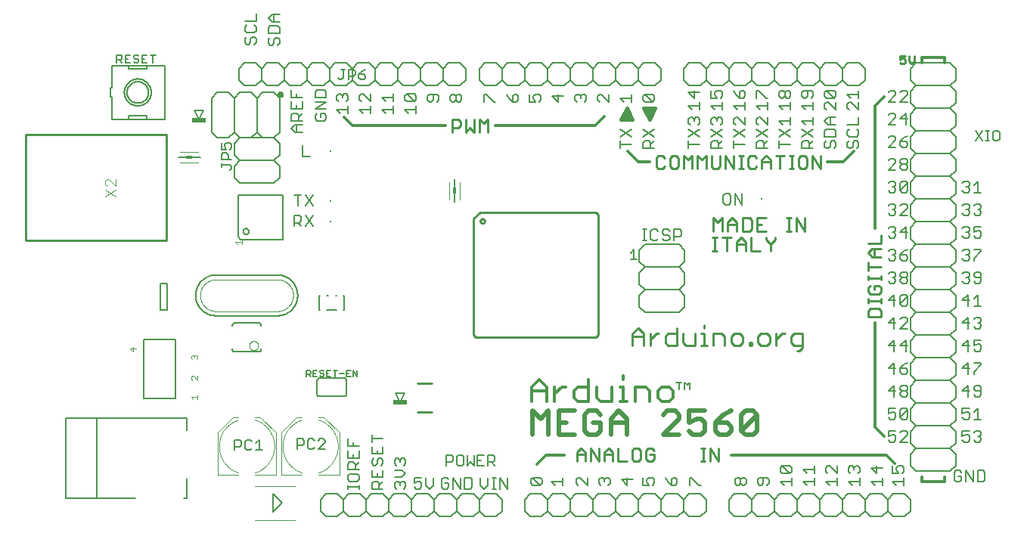
<source format=gbr>
G04 EAGLE Gerber RS-274X export*
G75*
%MOMM*%
%FSLAX34Y34*%
%LPD*%
%INSilkscreen Top*%
%IPPOS*%
%AMOC8*
5,1,8,0,0,1.08239X$1,22.5*%
G01*
%ADD10C,0.304800*%
%ADD11C,0.406400*%
%ADD12C,0.254000*%
%ADD13C,0.177800*%
%ADD14C,0.330200*%
%ADD15C,0.203200*%
%ADD16C,0.152400*%
%ADD17C,0.279400*%
%ADD18C,0.228600*%
%ADD19C,0.482600*%
%ADD20C,0.127000*%
%ADD21C,0.101600*%
%ADD22R,0.200000X0.200000*%
%ADD23C,0.076200*%
%ADD24C,0.070000*%
%ADD25R,0.700000X0.300000*%
%ADD26C,0.220000*%
%ADD27C,0.050800*%
%ADD28R,1.574800X0.609600*%
%ADD29R,0.300000X0.700000*%


D10*
X939800Y57150D02*
X939800Y52070D01*
X965200Y52070D01*
X965200Y57150D01*
X939800Y520700D02*
X939800Y527050D01*
X965200Y527050D01*
X965200Y520700D01*
X574040Y450850D02*
X462280Y450850D01*
X574040Y450850D02*
X584200Y461010D01*
X406400Y450850D02*
X302260Y450850D01*
X293370Y459740D01*
X610870Y421640D02*
X622300Y410210D01*
X635000Y410210D01*
X834390Y410210D02*
X852170Y410210D01*
X863600Y421640D01*
X900430Y81280D02*
X726440Y81280D01*
X900430Y81280D02*
X909320Y72390D01*
X539750Y81280D02*
X519430Y81280D01*
X509270Y71120D01*
X887730Y113030D02*
X887730Y229870D01*
X887730Y113030D02*
X897890Y102870D01*
X887730Y335280D02*
X887730Y472440D01*
X897890Y482600D01*
D11*
X609600Y469900D02*
X603250Y457200D01*
X615950Y457200D02*
X609600Y469900D01*
X609600Y457200D02*
X603250Y457200D01*
X609600Y463550D01*
X609600Y457200D01*
X615950Y457200D01*
X609600Y463550D01*
X628650Y469900D02*
X635000Y469900D01*
X641350Y469900D02*
X635000Y457200D01*
X628650Y469900D01*
X635000Y463550D01*
X641350Y469900D01*
X635000Y469900D01*
X635000Y463550D01*
D10*
X220454Y485140D02*
X220456Y485224D01*
X220462Y485308D01*
X220472Y485392D01*
X220485Y485475D01*
X220503Y485557D01*
X220525Y485639D01*
X220550Y485719D01*
X220579Y485798D01*
X220612Y485876D01*
X220648Y485952D01*
X220688Y486026D01*
X220731Y486098D01*
X220777Y486168D01*
X220827Y486236D01*
X220880Y486302D01*
X220936Y486365D01*
X220995Y486425D01*
X221057Y486482D01*
X221121Y486537D01*
X221188Y486588D01*
X221257Y486636D01*
X221328Y486681D01*
X221401Y486723D01*
X221476Y486761D01*
X221553Y486795D01*
X221631Y486826D01*
X221711Y486853D01*
X221792Y486877D01*
X221874Y486896D01*
X221957Y486912D01*
X222040Y486924D01*
X222124Y486932D01*
X222208Y486936D01*
X222292Y486936D01*
X222376Y486932D01*
X222460Y486924D01*
X222543Y486912D01*
X222626Y486896D01*
X222708Y486877D01*
X222789Y486853D01*
X222869Y486826D01*
X222947Y486795D01*
X223024Y486761D01*
X223099Y486723D01*
X223172Y486681D01*
X223243Y486636D01*
X223312Y486588D01*
X223379Y486537D01*
X223443Y486482D01*
X223505Y486425D01*
X223564Y486365D01*
X223620Y486302D01*
X223673Y486236D01*
X223723Y486168D01*
X223769Y486098D01*
X223812Y486026D01*
X223852Y485952D01*
X223888Y485876D01*
X223921Y485798D01*
X223950Y485719D01*
X223975Y485639D01*
X223997Y485557D01*
X224015Y485475D01*
X224028Y485392D01*
X224038Y485308D01*
X224044Y485224D01*
X224046Y485140D01*
X224044Y485056D01*
X224038Y484972D01*
X224028Y484888D01*
X224015Y484805D01*
X223997Y484723D01*
X223975Y484641D01*
X223950Y484561D01*
X223921Y484482D01*
X223888Y484404D01*
X223852Y484328D01*
X223812Y484254D01*
X223769Y484182D01*
X223723Y484112D01*
X223673Y484044D01*
X223620Y483978D01*
X223564Y483915D01*
X223505Y483855D01*
X223443Y483798D01*
X223379Y483743D01*
X223312Y483692D01*
X223243Y483644D01*
X223172Y483599D01*
X223099Y483557D01*
X223024Y483519D01*
X222947Y483485D01*
X222869Y483454D01*
X222789Y483427D01*
X222708Y483403D01*
X222626Y483384D01*
X222543Y483368D01*
X222460Y483356D01*
X222376Y483348D01*
X222292Y483344D01*
X222208Y483344D01*
X222124Y483348D01*
X222040Y483356D01*
X221957Y483368D01*
X221874Y483384D01*
X221792Y483403D01*
X221711Y483427D01*
X221631Y483454D01*
X221553Y483485D01*
X221476Y483519D01*
X221401Y483557D01*
X221328Y483599D01*
X221257Y483644D01*
X221188Y483692D01*
X221121Y483743D01*
X221057Y483798D01*
X220995Y483855D01*
X220936Y483915D01*
X220880Y483978D01*
X220827Y484044D01*
X220777Y484112D01*
X220731Y484182D01*
X220688Y484254D01*
X220648Y484328D01*
X220612Y484404D01*
X220579Y484482D01*
X220550Y484561D01*
X220525Y484641D01*
X220503Y484723D01*
X220485Y484805D01*
X220472Y484888D01*
X220462Y484972D01*
X220456Y485056D01*
X220454Y485140D01*
D12*
X553720Y84421D02*
X553720Y74930D01*
X553720Y84421D02*
X558465Y89166D01*
X563211Y84421D01*
X563211Y74930D01*
X563211Y82048D02*
X553720Y82048D01*
X569156Y74930D02*
X569156Y89166D01*
X578647Y74930D01*
X578647Y89166D01*
X584592Y84421D02*
X584592Y74930D01*
X584592Y84421D02*
X589338Y89166D01*
X594083Y84421D01*
X594083Y74930D01*
X594083Y82048D02*
X584592Y82048D01*
X600028Y89166D02*
X600028Y74930D01*
X609519Y74930D01*
X617837Y89166D02*
X622582Y89166D01*
X617837Y89166D02*
X615464Y86793D01*
X615464Y77303D01*
X617837Y74930D01*
X622582Y74930D01*
X624955Y77303D01*
X624955Y86793D01*
X622582Y89166D01*
X638018Y89166D02*
X640391Y86793D01*
X638018Y89166D02*
X633273Y89166D01*
X630900Y86793D01*
X630900Y77303D01*
X633273Y74930D01*
X638018Y74930D01*
X640391Y77303D01*
X640391Y82048D01*
X635646Y82048D01*
X692645Y74930D02*
X697390Y74930D01*
X695017Y74930D02*
X695017Y89166D01*
X692645Y89166D02*
X697390Y89166D01*
X702935Y89166D02*
X702935Y74930D01*
X712426Y74930D02*
X702935Y89166D01*
X712426Y89166D02*
X712426Y74930D01*
D13*
X246463Y442717D02*
X238159Y442717D01*
X234006Y446869D01*
X238159Y451021D01*
X246463Y451021D01*
X240235Y451021D02*
X240235Y442717D01*
X246463Y455814D02*
X234006Y455814D01*
X234006Y462043D01*
X236082Y464119D01*
X240235Y464119D01*
X242311Y462043D01*
X242311Y455814D01*
X242311Y459966D02*
X246463Y464119D01*
X234006Y468912D02*
X234006Y477216D01*
X234006Y468912D02*
X246463Y468912D01*
X246463Y477216D01*
X240235Y473064D02*
X240235Y468912D01*
X246463Y482009D02*
X234006Y482009D01*
X234006Y490313D01*
X240235Y486161D02*
X240235Y482009D01*
X260784Y461899D02*
X262860Y463975D01*
X260784Y461899D02*
X260784Y457747D01*
X262860Y455671D01*
X271165Y455671D01*
X273241Y457747D01*
X273241Y461899D01*
X271165Y463975D01*
X267013Y463975D01*
X267013Y459823D01*
X273241Y468768D02*
X260784Y468768D01*
X273241Y477073D01*
X260784Y477073D01*
X260784Y481866D02*
X273241Y481866D01*
X273241Y488094D01*
X271165Y490170D01*
X262860Y490170D01*
X260784Y488094D01*
X260784Y481866D01*
X602604Y429221D02*
X615061Y429221D01*
X602604Y425069D02*
X602604Y433373D01*
X602604Y438166D02*
X615061Y446471D01*
X615061Y438166D02*
X602604Y446471D01*
X628004Y425069D02*
X640461Y425069D01*
X628004Y425069D02*
X628004Y431297D01*
X630080Y433373D01*
X634233Y433373D01*
X636309Y431297D01*
X636309Y425069D01*
X636309Y429221D02*
X640461Y433373D01*
X640461Y446471D02*
X628004Y438166D01*
X628004Y446471D02*
X640461Y438166D01*
D14*
X503301Y157790D02*
X503301Y141351D01*
X503301Y157790D02*
X511521Y166010D01*
X519740Y157790D01*
X519740Y141351D01*
X519740Y153681D02*
X503301Y153681D01*
X529028Y157790D02*
X529028Y141351D01*
X529028Y149571D02*
X537247Y157790D01*
X541357Y157790D01*
X566906Y166010D02*
X566906Y141351D01*
X554577Y141351D01*
X550467Y145461D01*
X550467Y153681D01*
X554577Y157790D01*
X566906Y157790D01*
X576194Y157790D02*
X576194Y145461D01*
X580303Y141351D01*
X592633Y141351D01*
X592633Y157790D01*
X601920Y157790D02*
X606030Y157790D01*
X606030Y141351D01*
X601920Y141351D02*
X610140Y141351D01*
X606030Y166010D02*
X606030Y170120D01*
X619072Y157790D02*
X619072Y141351D01*
X619072Y157790D02*
X631401Y157790D01*
X635511Y153681D01*
X635511Y141351D01*
X648908Y141351D02*
X657128Y141351D01*
X661238Y145461D01*
X661238Y153681D01*
X657128Y157790D01*
X648908Y157790D01*
X644798Y153681D01*
X644798Y145461D01*
X648908Y141351D01*
D13*
X336633Y43429D02*
X324176Y43429D01*
X324176Y49657D01*
X326252Y51733D01*
X330405Y51733D01*
X332481Y49657D01*
X332481Y43429D01*
X332481Y47581D02*
X336633Y51733D01*
X324176Y56526D02*
X324176Y64831D01*
X324176Y56526D02*
X336633Y56526D01*
X336633Y64831D01*
X330405Y60678D02*
X330405Y56526D01*
X324176Y75852D02*
X326252Y77928D01*
X324176Y75852D02*
X324176Y71700D01*
X326252Y69624D01*
X328329Y69624D01*
X330405Y71700D01*
X330405Y75852D01*
X332481Y77928D01*
X334557Y77928D01*
X336633Y75852D01*
X336633Y71700D01*
X334557Y69624D01*
X324176Y82721D02*
X324176Y91025D01*
X324176Y82721D02*
X336633Y82721D01*
X336633Y91025D01*
X330405Y86873D02*
X330405Y82721D01*
X336633Y99970D02*
X324176Y99970D01*
X324176Y95818D02*
X324176Y104122D01*
X349576Y45505D02*
X351652Y43429D01*
X349576Y45505D02*
X349576Y49657D01*
X351652Y51733D01*
X353729Y51733D01*
X355805Y49657D01*
X355805Y47581D01*
X355805Y49657D02*
X357881Y51733D01*
X359957Y51733D01*
X362033Y49657D01*
X362033Y45505D01*
X359957Y43429D01*
X357881Y56526D02*
X349576Y56526D01*
X357881Y56526D02*
X362033Y60678D01*
X357881Y64831D01*
X349576Y64831D01*
X351652Y69624D02*
X349576Y71700D01*
X349576Y75852D01*
X351652Y77928D01*
X353729Y77928D01*
X355805Y75852D01*
X355805Y73776D01*
X355805Y75852D02*
X357881Y77928D01*
X359957Y77928D01*
X362033Y75852D01*
X362033Y71700D01*
X359957Y69624D01*
X371597Y56062D02*
X379901Y56062D01*
X371597Y56062D02*
X371597Y49833D01*
X375749Y51909D01*
X377825Y51909D01*
X379901Y49833D01*
X379901Y45681D01*
X377825Y43605D01*
X373673Y43605D01*
X371597Y45681D01*
X384694Y47757D02*
X384694Y56062D01*
X384694Y47757D02*
X388846Y43605D01*
X392999Y47757D01*
X392999Y56062D01*
X445765Y56062D02*
X445765Y47757D01*
X449917Y43605D01*
X454069Y47757D01*
X454069Y56062D01*
X458862Y43605D02*
X463014Y43605D01*
X460938Y43605D02*
X460938Y56062D01*
X458862Y56062D02*
X463014Y56062D01*
X467594Y56062D02*
X467594Y43605D01*
X475898Y43605D02*
X467594Y56062D01*
X475898Y56062D02*
X475898Y43605D01*
X410381Y53986D02*
X408305Y56062D01*
X404153Y56062D01*
X402077Y53986D01*
X402077Y45681D01*
X404153Y43605D01*
X408305Y43605D01*
X410381Y45681D01*
X410381Y49833D01*
X406229Y49833D01*
X415174Y43605D02*
X415174Y56062D01*
X423479Y43605D01*
X423479Y56062D01*
X428272Y56062D02*
X428272Y43605D01*
X434500Y43605D01*
X436576Y45681D01*
X436576Y53986D01*
X434500Y56062D01*
X428272Y56062D01*
X630080Y477139D02*
X638385Y477139D01*
X630080Y477139D02*
X628004Y479215D01*
X628004Y483367D01*
X630080Y485443D01*
X638385Y485443D01*
X640461Y483367D01*
X640461Y479215D01*
X638385Y477139D01*
X630080Y485443D01*
X606757Y477139D02*
X602604Y481291D01*
X615061Y481291D01*
X615061Y477139D02*
X615061Y485443D01*
X589661Y485443D02*
X589661Y477139D01*
X581357Y485443D01*
X579280Y485443D01*
X577204Y483367D01*
X577204Y479215D01*
X579280Y477139D01*
X553880Y477139D02*
X551804Y479215D01*
X551804Y483367D01*
X553880Y485443D01*
X555957Y485443D01*
X558033Y483367D01*
X558033Y481291D01*
X558033Y483367D02*
X560109Y485443D01*
X562185Y485443D01*
X564261Y483367D01*
X564261Y479215D01*
X562185Y477139D01*
X538861Y483367D02*
X526404Y483367D01*
X532633Y477139D01*
X532633Y485443D01*
X501004Y485443D02*
X501004Y477139D01*
X507233Y477139D01*
X505157Y481291D01*
X505157Y483367D01*
X507233Y485443D01*
X511385Y485443D01*
X513461Y483367D01*
X513461Y479215D01*
X511385Y477139D01*
X477680Y481291D02*
X475604Y485443D01*
X477680Y481291D02*
X481833Y477139D01*
X485985Y477139D01*
X488061Y479215D01*
X488061Y483367D01*
X485985Y485443D01*
X483909Y485443D01*
X481833Y483367D01*
X481833Y477139D01*
X450204Y477139D02*
X450204Y485443D01*
X452280Y485443D01*
X460585Y477139D01*
X462661Y477139D01*
X414180Y477139D02*
X412104Y479215D01*
X412104Y483367D01*
X414180Y485443D01*
X416257Y485443D01*
X418333Y483367D01*
X420409Y485443D01*
X422485Y485443D01*
X424561Y483367D01*
X424561Y479215D01*
X422485Y477139D01*
X420409Y477139D01*
X418333Y479215D01*
X416257Y477139D01*
X414180Y477139D01*
X418333Y479215D02*
X418333Y483367D01*
X399161Y479215D02*
X397085Y477139D01*
X399161Y479215D02*
X399161Y483367D01*
X397085Y485443D01*
X388780Y485443D01*
X386704Y483367D01*
X386704Y479215D01*
X388780Y477139D01*
X390857Y477139D01*
X392933Y479215D01*
X392933Y485443D01*
X365457Y464439D02*
X361304Y468591D01*
X373761Y468591D01*
X373761Y464439D02*
X373761Y472743D01*
X371685Y477536D02*
X363380Y477536D01*
X361304Y479612D01*
X361304Y483765D01*
X363380Y485841D01*
X371685Y485841D01*
X373761Y483765D01*
X373761Y479612D01*
X371685Y477536D01*
X363380Y485841D01*
X340057Y464439D02*
X335904Y468591D01*
X348361Y468591D01*
X348361Y464439D02*
X348361Y472743D01*
X340057Y477536D02*
X335904Y481688D01*
X348361Y481688D01*
X348361Y477536D02*
X348361Y485841D01*
X314657Y464439D02*
X310504Y468591D01*
X322961Y468591D01*
X322961Y464439D02*
X322961Y472743D01*
X322961Y477536D02*
X322961Y485841D01*
X314657Y485841D02*
X322961Y477536D01*
X314657Y485841D02*
X312580Y485841D01*
X310504Y483765D01*
X310504Y479612D01*
X312580Y477536D01*
X289257Y464439D02*
X285104Y468591D01*
X297561Y468591D01*
X297561Y464439D02*
X297561Y472743D01*
X287180Y477536D02*
X285104Y479612D01*
X285104Y483765D01*
X287180Y485841D01*
X289257Y485841D01*
X291333Y483765D01*
X291333Y481688D01*
X291333Y483765D02*
X293409Y485841D01*
X295485Y485841D01*
X297561Y483765D01*
X297561Y479612D01*
X295485Y477536D01*
X504350Y47879D02*
X512655Y47879D01*
X504350Y47879D02*
X502274Y49955D01*
X502274Y54107D01*
X504350Y56183D01*
X512655Y56183D01*
X514731Y54107D01*
X514731Y49955D01*
X512655Y47879D01*
X504350Y56183D01*
X525134Y52031D02*
X529287Y47879D01*
X525134Y52031D02*
X537591Y52031D01*
X537591Y47879D02*
X537591Y56183D01*
X565531Y56183D02*
X565531Y47879D01*
X557227Y56183D01*
X555150Y56183D01*
X553074Y54107D01*
X553074Y49955D01*
X555150Y47879D01*
X578474Y49955D02*
X580550Y47879D01*
X578474Y49955D02*
X578474Y54107D01*
X580550Y56183D01*
X582627Y56183D01*
X584703Y54107D01*
X584703Y52031D01*
X584703Y54107D02*
X586779Y56183D01*
X588855Y56183D01*
X590931Y54107D01*
X590931Y49955D01*
X588855Y47879D01*
X603874Y54107D02*
X616331Y54107D01*
X610103Y47879D02*
X603874Y54107D01*
X610103Y56183D02*
X610103Y47879D01*
X628004Y47879D02*
X628004Y56183D01*
X628004Y47879D02*
X634233Y47879D01*
X632157Y52031D01*
X632157Y54107D01*
X634233Y56183D01*
X638385Y56183D01*
X640461Y54107D01*
X640461Y49955D01*
X638385Y47879D01*
X653404Y56183D02*
X655480Y52031D01*
X659633Y47879D01*
X663785Y47879D01*
X665861Y49955D01*
X665861Y54107D01*
X663785Y56183D01*
X661709Y56183D01*
X659633Y54107D01*
X659633Y47879D01*
X680074Y47879D02*
X680074Y56183D01*
X682150Y56183D01*
X690455Y47879D01*
X692531Y47879D01*
X831204Y431297D02*
X833280Y433373D01*
X831204Y431297D02*
X831204Y427145D01*
X833280Y425069D01*
X835357Y425069D01*
X837433Y427145D01*
X837433Y431297D01*
X839509Y433373D01*
X841585Y433373D01*
X843661Y431297D01*
X843661Y427145D01*
X841585Y425069D01*
X843661Y438166D02*
X831204Y438166D01*
X843661Y438166D02*
X843661Y444395D01*
X841585Y446471D01*
X833280Y446471D01*
X831204Y444395D01*
X831204Y438166D01*
X835357Y451264D02*
X843661Y451264D01*
X835357Y451264D02*
X831204Y455416D01*
X835357Y459568D01*
X843661Y459568D01*
X837433Y459568D02*
X837433Y451264D01*
X856604Y431297D02*
X858680Y433373D01*
X856604Y431297D02*
X856604Y427145D01*
X858680Y425069D01*
X860757Y425069D01*
X862833Y427145D01*
X862833Y431297D01*
X864909Y433373D01*
X866985Y433373D01*
X869061Y431297D01*
X869061Y427145D01*
X866985Y425069D01*
X856604Y444395D02*
X858680Y446471D01*
X856604Y444395D02*
X856604Y440242D01*
X858680Y438166D01*
X866985Y438166D01*
X869061Y440242D01*
X869061Y444395D01*
X866985Y446471D01*
X869061Y451264D02*
X856604Y451264D01*
X869061Y451264D02*
X869061Y459568D01*
D15*
X617637Y311291D02*
X614078Y307732D01*
X617637Y311291D02*
X617637Y300614D01*
X614078Y300614D02*
X621196Y300614D01*
D13*
X730874Y49955D02*
X732950Y47879D01*
X730874Y49955D02*
X730874Y54107D01*
X732950Y56183D01*
X735027Y56183D01*
X737103Y54107D01*
X739179Y56183D01*
X741255Y56183D01*
X743331Y54107D01*
X743331Y49955D01*
X741255Y47879D01*
X739179Y47879D01*
X737103Y49955D01*
X735027Y47879D01*
X732950Y47879D01*
X737103Y49955D02*
X737103Y54107D01*
X766655Y47879D02*
X768731Y49955D01*
X768731Y54107D01*
X766655Y56183D01*
X758350Y56183D01*
X756274Y54107D01*
X756274Y49955D01*
X758350Y47879D01*
X760427Y47879D01*
X762503Y49955D01*
X762503Y56183D01*
D16*
X781547Y51989D02*
X785784Y47752D01*
X781547Y51989D02*
X794258Y51989D01*
X794258Y47752D02*
X794258Y56226D01*
X792140Y60849D02*
X783666Y60849D01*
X781547Y62968D01*
X781547Y67205D01*
X783666Y69323D01*
X792140Y69323D01*
X794258Y67205D01*
X794258Y62968D01*
X792140Y60849D01*
X783666Y69323D01*
D13*
X807074Y52031D02*
X811227Y47879D01*
X807074Y52031D02*
X819531Y52031D01*
X819531Y47879D02*
X819531Y56183D01*
X811227Y60976D02*
X807074Y65128D01*
X819531Y65128D01*
X819531Y60976D02*
X819531Y69281D01*
X832474Y52031D02*
X836627Y47879D01*
X832474Y52031D02*
X844931Y52031D01*
X844931Y47879D02*
X844931Y56183D01*
X844931Y60976D02*
X844931Y69281D01*
X836627Y69281D02*
X844931Y60976D01*
X836627Y69281D02*
X834550Y69281D01*
X832474Y67205D01*
X832474Y63052D01*
X834550Y60976D01*
X857874Y52031D02*
X862027Y47879D01*
X857874Y52031D02*
X870331Y52031D01*
X870331Y47879D02*
X870331Y56183D01*
X859950Y60976D02*
X857874Y63052D01*
X857874Y67205D01*
X859950Y69281D01*
X862027Y69281D01*
X864103Y67205D01*
X864103Y65128D01*
X864103Y67205D02*
X866179Y69281D01*
X868255Y69281D01*
X870331Y67205D01*
X870331Y63052D01*
X868255Y60976D01*
X883274Y52031D02*
X887427Y47879D01*
X883274Y52031D02*
X895731Y52031D01*
X895731Y47879D02*
X895731Y56183D01*
X895731Y67205D02*
X883274Y67205D01*
X889503Y60976D01*
X889503Y69281D01*
X907404Y52031D02*
X911557Y47879D01*
X907404Y52031D02*
X919861Y52031D01*
X919861Y47879D02*
X919861Y56183D01*
X907404Y60976D02*
X907404Y69281D01*
X907404Y60976D02*
X913633Y60976D01*
X911557Y65128D01*
X911557Y67205D01*
X913633Y69281D01*
X917785Y69281D01*
X919861Y67205D01*
X919861Y63052D01*
X917785Y60976D01*
X742061Y429221D02*
X729604Y429221D01*
X729604Y425069D02*
X729604Y433373D01*
X729604Y438166D02*
X742061Y446471D01*
X742061Y438166D02*
X729604Y446471D01*
X742061Y451264D02*
X742061Y459568D01*
X742061Y451264D02*
X733757Y459568D01*
X731680Y459568D01*
X729604Y457492D01*
X729604Y453340D01*
X731680Y451264D01*
X755004Y425069D02*
X767461Y425069D01*
X755004Y425069D02*
X755004Y431297D01*
X757080Y433373D01*
X761233Y433373D01*
X763309Y431297D01*
X763309Y425069D01*
X763309Y429221D02*
X767461Y433373D01*
X767461Y446471D02*
X755004Y438166D01*
X755004Y446471D02*
X767461Y438166D01*
X767461Y451264D02*
X767461Y459568D01*
X767461Y451264D02*
X759157Y459568D01*
X757080Y459568D01*
X755004Y457492D01*
X755004Y453340D01*
X757080Y451264D01*
D12*
X615950Y217350D02*
X615950Y204470D01*
X615950Y217350D02*
X622390Y223791D01*
X628830Y217350D01*
X628830Y204470D01*
X628830Y214130D02*
X615950Y214130D01*
X636064Y217350D02*
X636064Y204470D01*
X636064Y210910D02*
X642504Y217350D01*
X645724Y217350D01*
X665705Y223791D02*
X665705Y204470D01*
X656045Y204470D01*
X652825Y207690D01*
X652825Y214130D01*
X656045Y217350D01*
X665705Y217350D01*
X672939Y217350D02*
X672939Y207690D01*
X676159Y204470D01*
X685819Y204470D01*
X685819Y217350D01*
X693052Y217350D02*
X696272Y217350D01*
X696272Y204470D01*
X693052Y204470D02*
X699493Y204470D01*
X696272Y223791D02*
X696272Y227011D01*
X706461Y217350D02*
X706461Y204470D01*
X706461Y217350D02*
X716122Y217350D01*
X719342Y214130D01*
X719342Y204470D01*
X729795Y204470D02*
X736235Y204470D01*
X739455Y207690D01*
X739455Y214130D01*
X736235Y217350D01*
X729795Y217350D01*
X726575Y214130D01*
X726575Y207690D01*
X729795Y204470D01*
X746689Y204470D02*
X746689Y207690D01*
X749909Y207690D01*
X749909Y204470D01*
X746689Y204470D01*
X759966Y204470D02*
X766406Y204470D01*
X769626Y207690D01*
X769626Y214130D01*
X766406Y217350D01*
X759966Y217350D01*
X756746Y214130D01*
X756746Y207690D01*
X759966Y204470D01*
X776859Y204470D02*
X776859Y217350D01*
X776859Y210910D02*
X783299Y217350D01*
X786519Y217350D01*
X800061Y198030D02*
X803281Y198030D01*
X806501Y201250D01*
X806501Y217350D01*
X796841Y217350D01*
X793621Y214130D01*
X793621Y207690D01*
X796841Y204470D01*
X806501Y204470D01*
D13*
X716661Y425069D02*
X704204Y425069D01*
X704204Y431297D01*
X706280Y433373D01*
X710433Y433373D01*
X712509Y431297D01*
X712509Y425069D01*
X712509Y429221D02*
X716661Y433373D01*
X716661Y446471D02*
X704204Y438166D01*
X704204Y446471D02*
X716661Y438166D01*
X706280Y451264D02*
X704204Y453340D01*
X704204Y457492D01*
X706280Y459568D01*
X708357Y459568D01*
X710433Y457492D01*
X710433Y455416D01*
X710433Y457492D02*
X712509Y459568D01*
X714585Y459568D01*
X716661Y457492D01*
X716661Y453340D01*
X714585Y451264D01*
X691261Y429221D02*
X678804Y429221D01*
X678804Y425069D02*
X678804Y433373D01*
X678804Y438166D02*
X691261Y446471D01*
X691261Y438166D02*
X678804Y446471D01*
X680880Y451264D02*
X678804Y453340D01*
X678804Y457492D01*
X680880Y459568D01*
X682957Y459568D01*
X685033Y457492D01*
X685033Y455416D01*
X685033Y457492D02*
X687109Y459568D01*
X689185Y459568D01*
X691261Y457492D01*
X691261Y453340D01*
X689185Y451264D01*
X805804Y425069D02*
X818261Y425069D01*
X805804Y425069D02*
X805804Y431297D01*
X807880Y433373D01*
X812033Y433373D01*
X814109Y431297D01*
X814109Y425069D01*
X814109Y429221D02*
X818261Y433373D01*
X818261Y446471D02*
X805804Y438166D01*
X805804Y446471D02*
X818261Y438166D01*
X809957Y451264D02*
X805804Y455416D01*
X818261Y455416D01*
X818261Y451264D02*
X818261Y459568D01*
X792861Y429221D02*
X780404Y429221D01*
X780404Y425069D02*
X780404Y433373D01*
X780404Y438166D02*
X792861Y446471D01*
X792861Y438166D02*
X780404Y446471D01*
X784557Y451264D02*
X780404Y455416D01*
X792861Y455416D01*
X792861Y451264D02*
X792861Y459568D01*
D17*
X706501Y347104D02*
X706501Y332105D01*
X711501Y342104D02*
X706501Y347104D01*
X711501Y342104D02*
X716500Y347104D01*
X716500Y332105D01*
X722873Y332105D02*
X722873Y342104D01*
X727872Y347104D01*
X732872Y342104D01*
X732872Y332105D01*
X732872Y339604D02*
X722873Y339604D01*
X739244Y332105D02*
X739244Y347104D01*
X739244Y332105D02*
X746744Y332105D01*
X749243Y334605D01*
X749243Y344604D01*
X746744Y347104D01*
X739244Y347104D01*
X755616Y347104D02*
X765615Y347104D01*
X755616Y347104D02*
X755616Y332105D01*
X765615Y332105D01*
X760615Y339604D02*
X755616Y339604D01*
X788359Y332105D02*
X793358Y332105D01*
X790859Y332105D02*
X790859Y347104D01*
X793358Y347104D02*
X788359Y347104D01*
X799273Y347104D02*
X799273Y332105D01*
X809272Y332105D02*
X799273Y347104D01*
X809272Y347104D02*
X809272Y332105D01*
X710485Y310261D02*
X705485Y310261D01*
X707985Y310261D02*
X707985Y325260D01*
X705485Y325260D02*
X710485Y325260D01*
X721399Y325260D02*
X721399Y310261D01*
X716399Y325260D02*
X726399Y325260D01*
X732771Y320260D02*
X732771Y310261D01*
X732771Y320260D02*
X737771Y325260D01*
X742770Y320260D01*
X742770Y310261D01*
X742770Y317760D02*
X732771Y317760D01*
X749143Y310261D02*
X749143Y325260D01*
X749143Y310261D02*
X759142Y310261D01*
X765514Y322760D02*
X765514Y325260D01*
X765514Y322760D02*
X770514Y317760D01*
X775513Y322760D01*
X775513Y325260D01*
X770514Y317760D02*
X770514Y310261D01*
D12*
X414020Y443230D02*
X414020Y457466D01*
X421138Y457466D01*
X423511Y455093D01*
X423511Y450348D01*
X421138Y447975D01*
X414020Y447975D01*
X429456Y443230D02*
X429456Y457466D01*
X434201Y447975D02*
X429456Y443230D01*
X434201Y447975D02*
X438947Y443230D01*
X438947Y457466D01*
X444892Y457466D02*
X444892Y443230D01*
X449638Y452721D02*
X444892Y457466D01*
X449638Y452721D02*
X454383Y457466D01*
X454383Y443230D01*
D13*
X678804Y472401D02*
X682957Y468249D01*
X678804Y472401D02*
X691261Y472401D01*
X691261Y468249D02*
X691261Y476553D01*
X691261Y487575D02*
X678804Y487575D01*
X685033Y481346D01*
X685033Y489651D01*
X704204Y472401D02*
X708357Y468249D01*
X704204Y472401D02*
X716661Y472401D01*
X716661Y468249D02*
X716661Y476553D01*
X704204Y481346D02*
X704204Y489651D01*
X704204Y481346D02*
X710433Y481346D01*
X708357Y485498D01*
X708357Y487575D01*
X710433Y489651D01*
X714585Y489651D01*
X716661Y487575D01*
X716661Y483422D01*
X714585Y481346D01*
X729604Y472401D02*
X733757Y468249D01*
X729604Y472401D02*
X742061Y472401D01*
X742061Y468249D02*
X742061Y476553D01*
X731680Y485498D02*
X729604Y489651D01*
X731680Y485498D02*
X735833Y481346D01*
X739985Y481346D01*
X742061Y483422D01*
X742061Y487575D01*
X739985Y489651D01*
X737909Y489651D01*
X735833Y487575D01*
X735833Y481346D01*
X755004Y472401D02*
X759157Y468249D01*
X755004Y472401D02*
X767461Y472401D01*
X767461Y468249D02*
X767461Y476553D01*
X755004Y481346D02*
X755004Y489651D01*
X757080Y489651D01*
X765385Y481346D01*
X767461Y481346D01*
X780404Y472401D02*
X784557Y468249D01*
X780404Y472401D02*
X792861Y472401D01*
X792861Y468249D02*
X792861Y476553D01*
X782480Y481346D02*
X780404Y483422D01*
X780404Y487575D01*
X782480Y489651D01*
X784557Y489651D01*
X786633Y487575D01*
X788709Y489651D01*
X790785Y489651D01*
X792861Y487575D01*
X792861Y483422D01*
X790785Y481346D01*
X788709Y481346D01*
X786633Y483422D01*
X784557Y481346D01*
X782480Y481346D01*
X786633Y483422D02*
X786633Y487575D01*
X805804Y472401D02*
X809957Y468249D01*
X805804Y472401D02*
X818261Y472401D01*
X818261Y468249D02*
X818261Y476553D01*
X816185Y481346D02*
X818261Y483422D01*
X818261Y487575D01*
X816185Y489651D01*
X807880Y489651D01*
X805804Y487575D01*
X805804Y483422D01*
X807880Y481346D01*
X809957Y481346D01*
X812033Y483422D01*
X812033Y489651D01*
X843661Y476553D02*
X843661Y468249D01*
X835357Y476553D01*
X833280Y476553D01*
X831204Y474477D01*
X831204Y470325D01*
X833280Y468249D01*
X833280Y481346D02*
X841585Y481346D01*
X833280Y481346D02*
X831204Y483422D01*
X831204Y487575D01*
X833280Y489651D01*
X841585Y489651D01*
X843661Y487575D01*
X843661Y483422D01*
X841585Y481346D01*
X833280Y489651D01*
X869061Y476553D02*
X869061Y468249D01*
X860757Y476553D01*
X858680Y476553D01*
X856604Y474477D01*
X856604Y470325D01*
X858680Y468249D01*
X860757Y481346D02*
X856604Y485498D01*
X869061Y485498D01*
X869061Y481346D02*
X869061Y489651D01*
D18*
X915282Y528455D02*
X921213Y528455D01*
X915282Y528455D02*
X915282Y524006D01*
X918247Y525489D01*
X919730Y525489D01*
X921213Y524006D01*
X921213Y521040D01*
X919730Y519557D01*
X916765Y519557D01*
X915282Y521040D01*
X925572Y522523D02*
X925572Y528455D01*
X925572Y522523D02*
X928538Y519557D01*
X931504Y522523D01*
X931504Y528455D01*
D13*
X982477Y64146D02*
X984553Y62070D01*
X982477Y64146D02*
X978325Y64146D01*
X976249Y62070D01*
X976249Y53765D01*
X978325Y51689D01*
X982477Y51689D01*
X984553Y53765D01*
X984553Y57917D01*
X980401Y57917D01*
X989346Y51689D02*
X989346Y64146D01*
X997651Y51689D01*
X997651Y64146D01*
X1002444Y64146D02*
X1002444Y51689D01*
X1008672Y51689D01*
X1010748Y53765D01*
X1010748Y62070D01*
X1008672Y64146D01*
X1002444Y64146D01*
X910893Y477139D02*
X902589Y477139D01*
X910893Y485443D01*
X910893Y487520D01*
X908817Y489596D01*
X904665Y489596D01*
X902589Y487520D01*
X915686Y477139D02*
X923991Y477139D01*
X923991Y485443D02*
X915686Y477139D01*
X923991Y485443D02*
X923991Y487520D01*
X921915Y489596D01*
X917762Y489596D01*
X915686Y487520D01*
X910893Y451739D02*
X902589Y451739D01*
X910893Y460043D01*
X910893Y462120D01*
X908817Y464196D01*
X904665Y464196D01*
X902589Y462120D01*
X921915Y464196D02*
X921915Y451739D01*
X915686Y457967D02*
X921915Y464196D01*
X923991Y457967D02*
X915686Y457967D01*
X910893Y426339D02*
X902589Y426339D01*
X910893Y434643D01*
X910893Y436720D01*
X908817Y438796D01*
X904665Y438796D01*
X902589Y436720D01*
X919838Y436720D02*
X923991Y438796D01*
X919838Y436720D02*
X915686Y432567D01*
X915686Y428415D01*
X917762Y426339D01*
X921915Y426339D01*
X923991Y428415D01*
X923991Y430491D01*
X921915Y432567D01*
X915686Y432567D01*
X910893Y400939D02*
X902589Y400939D01*
X910893Y409243D01*
X910893Y411320D01*
X908817Y413396D01*
X904665Y413396D01*
X902589Y411320D01*
X915686Y411320D02*
X917762Y413396D01*
X921915Y413396D01*
X923991Y411320D01*
X923991Y409243D01*
X921915Y407167D01*
X923991Y405091D01*
X923991Y403015D01*
X921915Y400939D01*
X917762Y400939D01*
X915686Y403015D01*
X915686Y405091D01*
X917762Y407167D01*
X915686Y409243D01*
X915686Y411320D01*
X917762Y407167D02*
X921915Y407167D01*
X904665Y387996D02*
X902589Y385920D01*
X904665Y387996D02*
X908817Y387996D01*
X910893Y385920D01*
X910893Y383843D01*
X908817Y381767D01*
X906741Y381767D01*
X908817Y381767D02*
X910893Y379691D01*
X910893Y377615D01*
X908817Y375539D01*
X904665Y375539D01*
X902589Y377615D01*
X915686Y377615D02*
X915686Y385920D01*
X917762Y387996D01*
X921915Y387996D01*
X923991Y385920D01*
X923991Y377615D01*
X921915Y375539D01*
X917762Y375539D01*
X915686Y377615D01*
X923991Y385920D01*
X985139Y385920D02*
X987215Y387996D01*
X991367Y387996D01*
X993443Y385920D01*
X993443Y383843D01*
X991367Y381767D01*
X989291Y381767D01*
X991367Y381767D02*
X993443Y379691D01*
X993443Y377615D01*
X991367Y375539D01*
X987215Y375539D01*
X985139Y377615D01*
X998236Y383843D02*
X1002388Y387996D01*
X1002388Y375539D01*
X998236Y375539D02*
X1006541Y375539D01*
X904665Y362596D02*
X902589Y360520D01*
X904665Y362596D02*
X908817Y362596D01*
X910893Y360520D01*
X910893Y358443D01*
X908817Y356367D01*
X906741Y356367D01*
X908817Y356367D02*
X910893Y354291D01*
X910893Y352215D01*
X908817Y350139D01*
X904665Y350139D01*
X902589Y352215D01*
X915686Y350139D02*
X923991Y350139D01*
X923991Y358443D02*
X915686Y350139D01*
X923991Y358443D02*
X923991Y360520D01*
X921915Y362596D01*
X917762Y362596D01*
X915686Y360520D01*
X985139Y360520D02*
X987215Y362596D01*
X991367Y362596D01*
X993443Y360520D01*
X993443Y358443D01*
X991367Y356367D01*
X989291Y356367D01*
X991367Y356367D02*
X993443Y354291D01*
X993443Y352215D01*
X991367Y350139D01*
X987215Y350139D01*
X985139Y352215D01*
X998236Y360520D02*
X1000312Y362596D01*
X1004465Y362596D01*
X1006541Y360520D01*
X1006541Y358443D01*
X1004465Y356367D01*
X1002388Y356367D01*
X1004465Y356367D02*
X1006541Y354291D01*
X1006541Y352215D01*
X1004465Y350139D01*
X1000312Y350139D01*
X998236Y352215D01*
X904665Y337196D02*
X902589Y335120D01*
X904665Y337196D02*
X908817Y337196D01*
X910893Y335120D01*
X910893Y333043D01*
X908817Y330967D01*
X906741Y330967D01*
X908817Y330967D02*
X910893Y328891D01*
X910893Y326815D01*
X908817Y324739D01*
X904665Y324739D01*
X902589Y326815D01*
X921915Y324739D02*
X921915Y337196D01*
X915686Y330967D01*
X923991Y330967D01*
X985139Y335120D02*
X987215Y337196D01*
X991367Y337196D01*
X993443Y335120D01*
X993443Y333043D01*
X991367Y330967D01*
X989291Y330967D01*
X991367Y330967D02*
X993443Y328891D01*
X993443Y326815D01*
X991367Y324739D01*
X987215Y324739D01*
X985139Y326815D01*
X998236Y337196D02*
X1006541Y337196D01*
X998236Y337196D02*
X998236Y330967D01*
X1002388Y333043D01*
X1004465Y333043D01*
X1006541Y330967D01*
X1006541Y326815D01*
X1004465Y324739D01*
X1000312Y324739D01*
X998236Y326815D01*
X904665Y311796D02*
X902589Y309720D01*
X904665Y311796D02*
X908817Y311796D01*
X910893Y309720D01*
X910893Y307643D01*
X908817Y305567D01*
X906741Y305567D01*
X908817Y305567D02*
X910893Y303491D01*
X910893Y301415D01*
X908817Y299339D01*
X904665Y299339D01*
X902589Y301415D01*
X919838Y309720D02*
X923991Y311796D01*
X919838Y309720D02*
X915686Y305567D01*
X915686Y301415D01*
X917762Y299339D01*
X921915Y299339D01*
X923991Y301415D01*
X923991Y303491D01*
X921915Y305567D01*
X915686Y305567D01*
X985139Y309720D02*
X987215Y311796D01*
X991367Y311796D01*
X993443Y309720D01*
X993443Y307643D01*
X991367Y305567D01*
X989291Y305567D01*
X991367Y305567D02*
X993443Y303491D01*
X993443Y301415D01*
X991367Y299339D01*
X987215Y299339D01*
X985139Y301415D01*
X998236Y311796D02*
X1006541Y311796D01*
X1006541Y309720D01*
X998236Y301415D01*
X998236Y299339D01*
X904665Y286396D02*
X902589Y284320D01*
X904665Y286396D02*
X908817Y286396D01*
X910893Y284320D01*
X910893Y282243D01*
X908817Y280167D01*
X906741Y280167D01*
X908817Y280167D02*
X910893Y278091D01*
X910893Y276015D01*
X908817Y273939D01*
X904665Y273939D01*
X902589Y276015D01*
X915686Y284320D02*
X917762Y286396D01*
X921915Y286396D01*
X923991Y284320D01*
X923991Y282243D01*
X921915Y280167D01*
X923991Y278091D01*
X923991Y276015D01*
X921915Y273939D01*
X917762Y273939D01*
X915686Y276015D01*
X915686Y278091D01*
X917762Y280167D01*
X915686Y282243D01*
X915686Y284320D01*
X917762Y280167D02*
X921915Y280167D01*
X985139Y284320D02*
X987215Y286396D01*
X991367Y286396D01*
X993443Y284320D01*
X993443Y282243D01*
X991367Y280167D01*
X989291Y280167D01*
X991367Y280167D02*
X993443Y278091D01*
X993443Y276015D01*
X991367Y273939D01*
X987215Y273939D01*
X985139Y276015D01*
X998236Y276015D02*
X1000312Y273939D01*
X1004465Y273939D01*
X1006541Y276015D01*
X1006541Y284320D01*
X1004465Y286396D01*
X1000312Y286396D01*
X998236Y284320D01*
X998236Y282243D01*
X1000312Y280167D01*
X1006541Y280167D01*
X991367Y260996D02*
X991367Y248539D01*
X985139Y254767D02*
X991367Y260996D01*
X993443Y254767D02*
X985139Y254767D01*
X998236Y256843D02*
X1002388Y260996D01*
X1002388Y248539D01*
X998236Y248539D02*
X1006541Y248539D01*
X908817Y248539D02*
X908817Y260996D01*
X902589Y254767D01*
X910893Y254767D01*
X915686Y250615D02*
X915686Y258920D01*
X917762Y260996D01*
X921915Y260996D01*
X923991Y258920D01*
X923991Y250615D01*
X921915Y248539D01*
X917762Y248539D01*
X915686Y250615D01*
X923991Y258920D01*
X991367Y235596D02*
X991367Y223139D01*
X985139Y229367D02*
X991367Y235596D01*
X993443Y229367D02*
X985139Y229367D01*
X998236Y233520D02*
X1000312Y235596D01*
X1004465Y235596D01*
X1006541Y233520D01*
X1006541Y231443D01*
X1004465Y229367D01*
X1002388Y229367D01*
X1004465Y229367D02*
X1006541Y227291D01*
X1006541Y225215D01*
X1004465Y223139D01*
X1000312Y223139D01*
X998236Y225215D01*
X908817Y223139D02*
X908817Y235596D01*
X902589Y229367D01*
X910893Y229367D01*
X915686Y223139D02*
X923991Y223139D01*
X923991Y231443D02*
X915686Y223139D01*
X923991Y231443D02*
X923991Y233520D01*
X921915Y235596D01*
X917762Y235596D01*
X915686Y233520D01*
X991367Y210196D02*
X991367Y197739D01*
X985139Y203967D02*
X991367Y210196D01*
X993443Y203967D02*
X985139Y203967D01*
X998236Y210196D02*
X1006541Y210196D01*
X998236Y210196D02*
X998236Y203967D01*
X1002388Y206043D01*
X1004465Y206043D01*
X1006541Y203967D01*
X1006541Y199815D01*
X1004465Y197739D01*
X1000312Y197739D01*
X998236Y199815D01*
X991367Y184796D02*
X991367Y172339D01*
X985139Y178567D02*
X991367Y184796D01*
X993443Y178567D02*
X985139Y178567D01*
X998236Y184796D02*
X1006541Y184796D01*
X1006541Y182720D01*
X998236Y174415D01*
X998236Y172339D01*
X991367Y159396D02*
X991367Y146939D01*
X985139Y153167D02*
X991367Y159396D01*
X993443Y153167D02*
X985139Y153167D01*
X998236Y149015D02*
X1000312Y146939D01*
X1004465Y146939D01*
X1006541Y149015D01*
X1006541Y157320D01*
X1004465Y159396D01*
X1000312Y159396D01*
X998236Y157320D01*
X998236Y155243D01*
X1000312Y153167D01*
X1006541Y153167D01*
X993443Y133996D02*
X985139Y133996D01*
X985139Y127767D01*
X989291Y129843D01*
X991367Y129843D01*
X993443Y127767D01*
X993443Y123615D01*
X991367Y121539D01*
X987215Y121539D01*
X985139Y123615D01*
X998236Y129843D02*
X1002388Y133996D01*
X1002388Y121539D01*
X998236Y121539D02*
X1006541Y121539D01*
X908817Y197739D02*
X908817Y210196D01*
X902589Y203967D01*
X910893Y203967D01*
X921915Y197739D02*
X921915Y210196D01*
X915686Y203967D01*
X923991Y203967D01*
X908817Y184796D02*
X908817Y172339D01*
X902589Y178567D02*
X908817Y184796D01*
X910893Y178567D02*
X902589Y178567D01*
X919838Y182720D02*
X923991Y184796D01*
X919838Y182720D02*
X915686Y178567D01*
X915686Y174415D01*
X917762Y172339D01*
X921915Y172339D01*
X923991Y174415D01*
X923991Y176491D01*
X921915Y178567D01*
X915686Y178567D01*
X910893Y133996D02*
X902589Y133996D01*
X902589Y127767D01*
X906741Y129843D01*
X908817Y129843D01*
X910893Y127767D01*
X910893Y123615D01*
X908817Y121539D01*
X904665Y121539D01*
X902589Y123615D01*
X915686Y123615D02*
X915686Y131920D01*
X917762Y133996D01*
X921915Y133996D01*
X923991Y131920D01*
X923991Y123615D01*
X921915Y121539D01*
X917762Y121539D01*
X915686Y123615D01*
X923991Y131920D01*
X908817Y146939D02*
X908817Y159396D01*
X902589Y153167D01*
X910893Y153167D01*
X915686Y157320D02*
X917762Y159396D01*
X921915Y159396D01*
X923991Y157320D01*
X923991Y155243D01*
X921915Y153167D01*
X923991Y151091D01*
X923991Y149015D01*
X921915Y146939D01*
X917762Y146939D01*
X915686Y149015D01*
X915686Y151091D01*
X917762Y153167D01*
X915686Y155243D01*
X915686Y157320D01*
X917762Y153167D02*
X921915Y153167D01*
X985139Y108596D02*
X993443Y108596D01*
X985139Y108596D02*
X985139Y102367D01*
X989291Y104443D01*
X991367Y104443D01*
X993443Y102367D01*
X993443Y98215D01*
X991367Y96139D01*
X987215Y96139D01*
X985139Y98215D01*
X998236Y106520D02*
X1000312Y108596D01*
X1004465Y108596D01*
X1006541Y106520D01*
X1006541Y104443D01*
X1004465Y102367D01*
X1002388Y102367D01*
X1004465Y102367D02*
X1006541Y100291D01*
X1006541Y98215D01*
X1004465Y96139D01*
X1000312Y96139D01*
X998236Y98215D01*
X910893Y108596D02*
X902589Y108596D01*
X902589Y102367D01*
X906741Y104443D01*
X908817Y104443D01*
X910893Y102367D01*
X910893Y98215D01*
X908817Y96139D01*
X904665Y96139D01*
X902589Y98215D01*
X915686Y96139D02*
X923991Y96139D01*
X923991Y104443D02*
X915686Y96139D01*
X923991Y104443D02*
X923991Y106520D01*
X921915Y108596D01*
X917762Y108596D01*
X915686Y106520D01*
D12*
X894080Y236220D02*
X879844Y236220D01*
X894080Y236220D02*
X894080Y243338D01*
X891707Y245711D01*
X882217Y245711D01*
X879844Y243338D01*
X879844Y236220D01*
X894080Y251656D02*
X894080Y256401D01*
X894080Y254029D02*
X879844Y254029D01*
X879844Y256401D02*
X879844Y251656D01*
X879844Y269065D02*
X882217Y271438D01*
X879844Y269065D02*
X879844Y264319D01*
X882217Y261947D01*
X891707Y261947D01*
X894080Y264319D01*
X894080Y269065D01*
X891707Y271438D01*
X886962Y271438D01*
X886962Y266692D01*
X894080Y277383D02*
X894080Y282128D01*
X894080Y279756D02*
X879844Y279756D01*
X879844Y282128D02*
X879844Y277383D01*
X879844Y292419D02*
X894080Y292419D01*
X879844Y287674D02*
X879844Y297164D01*
X884589Y303110D02*
X894080Y303110D01*
X884589Y303110D02*
X879844Y307855D01*
X884589Y312600D01*
X894080Y312600D01*
X886962Y312600D02*
X886962Y303110D01*
X879844Y318546D02*
X894080Y318546D01*
X894080Y328036D01*
D15*
X667938Y162821D02*
X667938Y154686D01*
X670649Y162821D02*
X665226Y162821D01*
X674581Y162821D02*
X674581Y154686D01*
X677293Y160109D02*
X674581Y162821D01*
X677293Y160109D02*
X680004Y162821D01*
X680004Y154686D01*
D19*
X504063Y130960D02*
X504063Y104013D01*
X513045Y121978D02*
X504063Y130960D01*
X513045Y121978D02*
X522028Y130960D01*
X522028Y104013D01*
X533298Y130960D02*
X551263Y130960D01*
X533298Y130960D02*
X533298Y104013D01*
X551263Y104013D01*
X542280Y117487D02*
X533298Y117487D01*
X576006Y130960D02*
X580498Y126469D01*
X576006Y130960D02*
X567024Y130960D01*
X562533Y126469D01*
X562533Y108504D01*
X567024Y104013D01*
X576006Y104013D01*
X580498Y108504D01*
X580498Y117487D01*
X571515Y117487D01*
X591768Y121978D02*
X591768Y104013D01*
X591768Y121978D02*
X600750Y130960D01*
X609733Y121978D01*
X609733Y104013D01*
X609733Y117487D02*
X591768Y117487D01*
X650238Y104013D02*
X668203Y104013D01*
X650238Y104013D02*
X668203Y121978D01*
X668203Y126469D01*
X663711Y130960D01*
X654729Y130960D01*
X650238Y126469D01*
X679473Y130960D02*
X697438Y130960D01*
X679473Y130960D02*
X679473Y117487D01*
X688455Y121978D01*
X692946Y121978D01*
X697438Y117487D01*
X697438Y108504D01*
X692946Y104013D01*
X683964Y104013D01*
X679473Y108504D01*
X717690Y126469D02*
X726672Y130960D01*
X717690Y126469D02*
X708708Y117487D01*
X708708Y108504D01*
X713199Y104013D01*
X722181Y104013D01*
X726672Y108504D01*
X726672Y112995D01*
X722181Y117487D01*
X708708Y117487D01*
X737943Y108504D02*
X737943Y126469D01*
X742434Y130960D01*
X751416Y130960D01*
X755907Y126469D01*
X755907Y108504D01*
X751416Y104013D01*
X742434Y104013D01*
X737943Y108504D01*
X755907Y126469D01*
D20*
X170815Y98435D02*
X170815Y86995D01*
X170815Y98435D02*
X176535Y98435D01*
X178442Y96528D01*
X178442Y92715D01*
X176535Y90808D01*
X170815Y90808D01*
X188229Y98435D02*
X190135Y96528D01*
X188229Y98435D02*
X184416Y98435D01*
X182509Y96528D01*
X182509Y88902D01*
X184416Y86995D01*
X188229Y86995D01*
X190135Y88902D01*
X194203Y94622D02*
X198016Y98435D01*
X198016Y86995D01*
X194203Y86995D02*
X201829Y86995D01*
X240665Y88265D02*
X240665Y99705D01*
X246385Y99705D01*
X248292Y97798D01*
X248292Y93985D01*
X246385Y92078D01*
X240665Y92078D01*
X258079Y99705D02*
X259985Y97798D01*
X258079Y99705D02*
X254266Y99705D01*
X252359Y97798D01*
X252359Y90172D01*
X254266Y88265D01*
X258079Y88265D01*
X259985Y90172D01*
X264053Y88265D02*
X271679Y88265D01*
X264053Y88265D02*
X271679Y95892D01*
X271679Y97798D01*
X269773Y99705D01*
X265960Y99705D01*
X264053Y97798D01*
D13*
X309963Y47581D02*
X309963Y43429D01*
X309963Y45505D02*
X297506Y45505D01*
X297506Y43429D02*
X297506Y47581D01*
X297506Y54237D02*
X297506Y58389D01*
X297506Y54237D02*
X299582Y52161D01*
X307887Y52161D01*
X309963Y54237D01*
X309963Y58389D01*
X307887Y60465D01*
X299582Y60465D01*
X297506Y58389D01*
X297506Y65258D02*
X309963Y65258D01*
X297506Y65258D02*
X297506Y71486D01*
X299582Y73562D01*
X303735Y73562D01*
X305811Y71486D01*
X305811Y65258D01*
X305811Y69410D02*
X309963Y73562D01*
X297506Y78355D02*
X297506Y86659D01*
X297506Y78355D02*
X309963Y78355D01*
X309963Y86659D01*
X303735Y82507D02*
X303735Y78355D01*
X309963Y91452D02*
X297506Y91452D01*
X297506Y99757D01*
X303735Y95604D02*
X303735Y91452D01*
D16*
X208225Y546989D02*
X210344Y549108D01*
X208225Y546989D02*
X208225Y542752D01*
X210344Y540634D01*
X212462Y540634D01*
X214581Y542752D01*
X214581Y546989D01*
X216699Y549108D01*
X218818Y549108D01*
X220936Y546989D01*
X220936Y542752D01*
X218818Y540634D01*
X220936Y553731D02*
X208225Y553731D01*
X220936Y553731D02*
X220936Y560087D01*
X218818Y562205D01*
X210344Y562205D01*
X208225Y560087D01*
X208225Y553731D01*
X212462Y566829D02*
X220936Y566829D01*
X212462Y566829D02*
X208225Y571065D01*
X212462Y575302D01*
X220936Y575302D01*
X214581Y575302D02*
X214581Y566829D01*
X184436Y549870D02*
X182317Y547751D01*
X182317Y543514D01*
X184436Y541396D01*
X186554Y541396D01*
X188673Y543514D01*
X188673Y547751D01*
X190791Y549870D01*
X192910Y549870D01*
X195028Y547751D01*
X195028Y543514D01*
X192910Y541396D01*
X182317Y560849D02*
X184436Y562967D01*
X182317Y560849D02*
X182317Y556612D01*
X184436Y554493D01*
X192910Y554493D01*
X195028Y556612D01*
X195028Y560849D01*
X192910Y562967D01*
X195028Y567591D02*
X182317Y567591D01*
X195028Y567591D02*
X195028Y576064D01*
X623570Y311150D02*
X629920Y317500D01*
X623570Y298450D02*
X629920Y292100D01*
X623570Y285750D01*
X623570Y273050D02*
X629920Y266700D01*
X629920Y317500D02*
X668020Y317500D01*
X674370Y311150D01*
X674370Y298450D01*
X668020Y292100D01*
X674370Y285750D01*
X674370Y273050D01*
X668020Y266700D01*
X668020Y292100D02*
X629920Y292100D01*
X629920Y266700D02*
X668020Y266700D01*
X623570Y273050D02*
X623570Y285750D01*
X623570Y298450D02*
X623570Y311150D01*
X629920Y266700D02*
X623570Y260350D01*
X623570Y247650D02*
X629920Y241300D01*
X668020Y266700D02*
X674370Y260350D01*
X674370Y247650D01*
X668020Y241300D01*
X629920Y241300D01*
X623570Y247650D02*
X623570Y260350D01*
D13*
X627629Y321829D02*
X631781Y321829D01*
X629705Y321829D02*
X629705Y334286D01*
X627629Y334286D02*
X631781Y334286D01*
X642589Y334286D02*
X644665Y332210D01*
X642589Y334286D02*
X638437Y334286D01*
X636361Y332210D01*
X636361Y323905D01*
X638437Y321829D01*
X642589Y321829D01*
X644665Y323905D01*
X655686Y334286D02*
X657762Y332210D01*
X655686Y334286D02*
X651534Y334286D01*
X649458Y332210D01*
X649458Y330133D01*
X651534Y328057D01*
X655686Y328057D01*
X657762Y325981D01*
X657762Y323905D01*
X655686Y321829D01*
X651534Y321829D01*
X649458Y323905D01*
X662555Y321829D02*
X662555Y334286D01*
X668783Y334286D01*
X670859Y332210D01*
X670859Y328057D01*
X668783Y325981D01*
X662555Y325981D01*
D16*
X488950Y495300D02*
X476250Y495300D01*
X469900Y501650D01*
X469900Y514350D01*
X476250Y520700D01*
X514350Y495300D02*
X520700Y501650D01*
X514350Y495300D02*
X501650Y495300D01*
X495300Y501650D01*
X495300Y514350D01*
X501650Y520700D01*
X514350Y520700D01*
X520700Y514350D01*
X495300Y501650D02*
X488950Y495300D01*
X495300Y514350D02*
X488950Y520700D01*
X476250Y520700D01*
X552450Y495300D02*
X565150Y495300D01*
X552450Y495300D02*
X546100Y501650D01*
X546100Y514350D01*
X552450Y520700D01*
X546100Y501650D02*
X539750Y495300D01*
X527050Y495300D01*
X520700Y501650D01*
X520700Y514350D01*
X527050Y520700D01*
X539750Y520700D01*
X546100Y514350D01*
X590550Y495300D02*
X596900Y501650D01*
X590550Y495300D02*
X577850Y495300D01*
X571500Y501650D01*
X571500Y514350D01*
X577850Y520700D01*
X590550Y520700D01*
X596900Y514350D01*
X571500Y501650D02*
X565150Y495300D01*
X571500Y514350D02*
X565150Y520700D01*
X552450Y520700D01*
X628650Y495300D02*
X641350Y495300D01*
X628650Y495300D02*
X622300Y501650D01*
X622300Y514350D01*
X628650Y520700D01*
X622300Y501650D02*
X615950Y495300D01*
X603250Y495300D01*
X596900Y501650D01*
X596900Y514350D01*
X603250Y520700D01*
X615950Y520700D01*
X622300Y514350D01*
X647700Y514350D02*
X647700Y501650D01*
X641350Y495300D01*
X647700Y514350D02*
X641350Y520700D01*
X628650Y520700D01*
X463550Y495300D02*
X450850Y495300D01*
X444500Y501650D01*
X444500Y514350D01*
X450850Y520700D01*
X469900Y501650D02*
X463550Y495300D01*
X469900Y514350D02*
X463550Y520700D01*
X450850Y520700D01*
D21*
X174650Y58940D02*
X151650Y58940D01*
X151650Y106940D01*
X168650Y123940D01*
X174650Y123940D01*
X193650Y123940D02*
X199650Y123940D01*
X216650Y106940D01*
X216650Y58940D01*
X193650Y58940D01*
X174650Y61940D02*
X173932Y62181D01*
X173219Y62440D01*
X172514Y62716D01*
X171815Y63009D01*
X171123Y63319D01*
X170440Y63646D01*
X169764Y63989D01*
X169097Y64349D01*
X168439Y64725D01*
X167791Y65117D01*
X167152Y65525D01*
X166524Y65948D01*
X165906Y66387D01*
X165299Y66840D01*
X164703Y67309D01*
X164119Y67791D01*
X163547Y68288D01*
X162987Y68799D01*
X162440Y69323D01*
X161905Y69860D01*
X161384Y70411D01*
X160877Y70974D01*
X160384Y71549D01*
X159904Y72136D01*
X159440Y72734D01*
X158990Y73344D01*
X158555Y73965D01*
X158135Y74596D01*
X157731Y75237D01*
X157343Y75887D01*
X156971Y76548D01*
X156615Y77216D01*
X156275Y77894D01*
X155952Y78580D01*
X155646Y79273D01*
X155357Y79973D01*
X155086Y80681D01*
X154831Y81394D01*
X154594Y82114D01*
X154375Y82840D01*
X154174Y83570D01*
X153990Y84305D01*
X153825Y85045D01*
X153678Y85788D01*
X153549Y86535D01*
X153438Y87285D01*
X153345Y88037D01*
X153271Y88791D01*
X153216Y89547D01*
X153179Y90304D01*
X153160Y91061D01*
X153160Y91819D01*
X153179Y92576D01*
X153216Y93333D01*
X153271Y94089D01*
X153345Y94843D01*
X153438Y95595D01*
X153549Y96345D01*
X153678Y97092D01*
X153825Y97835D01*
X153990Y98575D01*
X154174Y99310D01*
X154375Y100040D01*
X154594Y100766D01*
X154831Y101486D01*
X155086Y102199D01*
X155357Y102907D01*
X155646Y103607D01*
X155952Y104300D01*
X156275Y104986D01*
X156615Y105664D01*
X156971Y106332D01*
X157343Y106993D01*
X157731Y107643D01*
X158135Y108284D01*
X158555Y108915D01*
X158990Y109536D01*
X159440Y110146D01*
X159904Y110744D01*
X160384Y111331D01*
X160877Y111906D01*
X161384Y112469D01*
X161905Y113020D01*
X162440Y113557D01*
X162987Y114081D01*
X163547Y114592D01*
X164119Y115089D01*
X164703Y115571D01*
X165299Y116040D01*
X165906Y116493D01*
X166524Y116932D01*
X167152Y117355D01*
X167791Y117763D01*
X168439Y118155D01*
X169097Y118531D01*
X169764Y118891D01*
X170440Y119234D01*
X171123Y119561D01*
X171815Y119871D01*
X172514Y120164D01*
X173219Y120440D01*
X173932Y120699D01*
X174650Y120940D01*
X193650Y120940D02*
X194368Y120699D01*
X195081Y120440D01*
X195786Y120164D01*
X196485Y119871D01*
X197177Y119561D01*
X197860Y119234D01*
X198536Y118891D01*
X199203Y118531D01*
X199861Y118155D01*
X200509Y117763D01*
X201148Y117355D01*
X201776Y116932D01*
X202394Y116493D01*
X203001Y116040D01*
X203597Y115571D01*
X204181Y115089D01*
X204753Y114592D01*
X205313Y114081D01*
X205860Y113557D01*
X206395Y113020D01*
X206916Y112469D01*
X207423Y111906D01*
X207916Y111331D01*
X208396Y110744D01*
X208860Y110146D01*
X209310Y109536D01*
X209745Y108915D01*
X210165Y108284D01*
X210569Y107643D01*
X210957Y106993D01*
X211329Y106332D01*
X211685Y105664D01*
X212025Y104986D01*
X212348Y104300D01*
X212654Y103607D01*
X212943Y102907D01*
X213214Y102199D01*
X213469Y101486D01*
X213706Y100766D01*
X213925Y100040D01*
X214126Y99310D01*
X214310Y98575D01*
X214475Y97835D01*
X214622Y97092D01*
X214751Y96345D01*
X214862Y95595D01*
X214955Y94843D01*
X215029Y94089D01*
X215084Y93333D01*
X215121Y92576D01*
X215140Y91819D01*
X215140Y91061D01*
X215121Y90304D01*
X215084Y89547D01*
X215029Y88791D01*
X214955Y88037D01*
X214862Y87285D01*
X214751Y86535D01*
X214622Y85788D01*
X214475Y85045D01*
X214310Y84305D01*
X214126Y83570D01*
X213925Y82840D01*
X213706Y82114D01*
X213469Y81394D01*
X213214Y80681D01*
X212943Y79973D01*
X212654Y79273D01*
X212348Y78580D01*
X212025Y77894D01*
X211685Y77216D01*
X211329Y76548D01*
X210957Y75887D01*
X210569Y75237D01*
X210165Y74596D01*
X209745Y73965D01*
X209310Y73344D01*
X208860Y72734D01*
X208396Y72136D01*
X207916Y71549D01*
X207423Y70974D01*
X206916Y70411D01*
X206395Y69860D01*
X205860Y69323D01*
X205313Y68799D01*
X204753Y68288D01*
X204181Y67791D01*
X203597Y67309D01*
X203001Y66840D01*
X202394Y66387D01*
X201776Y65948D01*
X201148Y65525D01*
X200509Y65117D01*
X199861Y64725D01*
X199203Y64349D01*
X198536Y63989D01*
X197860Y63646D01*
X197177Y63319D01*
X196485Y63009D01*
X195786Y62716D01*
X195081Y62440D01*
X194368Y62181D01*
X193650Y61940D01*
X222770Y58940D02*
X245770Y58940D01*
X222770Y58940D02*
X222770Y106940D01*
X239770Y123940D01*
X245770Y123940D01*
X264770Y123940D02*
X270770Y123940D01*
X287770Y106940D01*
X287770Y58940D01*
X264770Y58940D01*
X245770Y61940D02*
X245052Y62181D01*
X244339Y62440D01*
X243634Y62716D01*
X242935Y63009D01*
X242243Y63319D01*
X241560Y63646D01*
X240884Y63989D01*
X240217Y64349D01*
X239559Y64725D01*
X238911Y65117D01*
X238272Y65525D01*
X237644Y65948D01*
X237026Y66387D01*
X236419Y66840D01*
X235823Y67309D01*
X235239Y67791D01*
X234667Y68288D01*
X234107Y68799D01*
X233560Y69323D01*
X233025Y69860D01*
X232504Y70411D01*
X231997Y70974D01*
X231504Y71549D01*
X231024Y72136D01*
X230560Y72734D01*
X230110Y73344D01*
X229675Y73965D01*
X229255Y74596D01*
X228851Y75237D01*
X228463Y75887D01*
X228091Y76548D01*
X227735Y77216D01*
X227395Y77894D01*
X227072Y78580D01*
X226766Y79273D01*
X226477Y79973D01*
X226206Y80681D01*
X225951Y81394D01*
X225714Y82114D01*
X225495Y82840D01*
X225294Y83570D01*
X225110Y84305D01*
X224945Y85045D01*
X224798Y85788D01*
X224669Y86535D01*
X224558Y87285D01*
X224465Y88037D01*
X224391Y88791D01*
X224336Y89547D01*
X224299Y90304D01*
X224280Y91061D01*
X224280Y91819D01*
X224299Y92576D01*
X224336Y93333D01*
X224391Y94089D01*
X224465Y94843D01*
X224558Y95595D01*
X224669Y96345D01*
X224798Y97092D01*
X224945Y97835D01*
X225110Y98575D01*
X225294Y99310D01*
X225495Y100040D01*
X225714Y100766D01*
X225951Y101486D01*
X226206Y102199D01*
X226477Y102907D01*
X226766Y103607D01*
X227072Y104300D01*
X227395Y104986D01*
X227735Y105664D01*
X228091Y106332D01*
X228463Y106993D01*
X228851Y107643D01*
X229255Y108284D01*
X229675Y108915D01*
X230110Y109536D01*
X230560Y110146D01*
X231024Y110744D01*
X231504Y111331D01*
X231997Y111906D01*
X232504Y112469D01*
X233025Y113020D01*
X233560Y113557D01*
X234107Y114081D01*
X234667Y114592D01*
X235239Y115089D01*
X235823Y115571D01*
X236419Y116040D01*
X237026Y116493D01*
X237644Y116932D01*
X238272Y117355D01*
X238911Y117763D01*
X239559Y118155D01*
X240217Y118531D01*
X240884Y118891D01*
X241560Y119234D01*
X242243Y119561D01*
X242935Y119871D01*
X243634Y120164D01*
X244339Y120440D01*
X245052Y120699D01*
X245770Y120940D01*
X264770Y120940D02*
X265488Y120699D01*
X266201Y120440D01*
X266906Y120164D01*
X267605Y119871D01*
X268297Y119561D01*
X268980Y119234D01*
X269656Y118891D01*
X270323Y118531D01*
X270981Y118155D01*
X271629Y117763D01*
X272268Y117355D01*
X272896Y116932D01*
X273514Y116493D01*
X274121Y116040D01*
X274717Y115571D01*
X275301Y115089D01*
X275873Y114592D01*
X276433Y114081D01*
X276980Y113557D01*
X277515Y113020D01*
X278036Y112469D01*
X278543Y111906D01*
X279036Y111331D01*
X279516Y110744D01*
X279980Y110146D01*
X280430Y109536D01*
X280865Y108915D01*
X281285Y108284D01*
X281689Y107643D01*
X282077Y106993D01*
X282449Y106332D01*
X282805Y105664D01*
X283145Y104986D01*
X283468Y104300D01*
X283774Y103607D01*
X284063Y102907D01*
X284334Y102199D01*
X284589Y101486D01*
X284826Y100766D01*
X285045Y100040D01*
X285246Y99310D01*
X285430Y98575D01*
X285595Y97835D01*
X285742Y97092D01*
X285871Y96345D01*
X285982Y95595D01*
X286075Y94843D01*
X286149Y94089D01*
X286204Y93333D01*
X286241Y92576D01*
X286260Y91819D01*
X286260Y91061D01*
X286241Y90304D01*
X286204Y89547D01*
X286149Y88791D01*
X286075Y88037D01*
X285982Y87285D01*
X285871Y86535D01*
X285742Y85788D01*
X285595Y85045D01*
X285430Y84305D01*
X285246Y83570D01*
X285045Y82840D01*
X284826Y82114D01*
X284589Y81394D01*
X284334Y80681D01*
X284063Y79973D01*
X283774Y79273D01*
X283468Y78580D01*
X283145Y77894D01*
X282805Y77216D01*
X282449Y76548D01*
X282077Y75887D01*
X281689Y75237D01*
X281285Y74596D01*
X280865Y73965D01*
X280430Y73344D01*
X279980Y72734D01*
X279516Y72136D01*
X279036Y71549D01*
X278543Y70974D01*
X278036Y70411D01*
X277515Y69860D01*
X276980Y69323D01*
X276433Y68799D01*
X275873Y68288D01*
X275301Y67791D01*
X274717Y67309D01*
X274121Y66840D01*
X273514Y66387D01*
X272896Y65948D01*
X272268Y65525D01*
X271629Y65117D01*
X270981Y64725D01*
X270323Y64349D01*
X269656Y63989D01*
X268980Y63646D01*
X268297Y63319D01*
X267605Y63009D01*
X266906Y62716D01*
X266201Y62440D01*
X265488Y62181D01*
X264770Y61940D01*
D22*
X761000Y368300D03*
D15*
X723873Y374152D02*
X719805Y374152D01*
X717771Y372119D01*
X717771Y363984D01*
X719805Y361950D01*
X723873Y361950D01*
X725906Y363984D01*
X725906Y372119D01*
X723873Y374152D01*
X730869Y374152D02*
X730869Y361950D01*
X739004Y361950D02*
X730869Y374152D01*
X739004Y374152D02*
X739004Y361950D01*
D21*
X238506Y8890D02*
X193294Y8890D01*
X193294Y46990D02*
X238506Y46990D01*
D15*
X224200Y27940D02*
X213970Y17940D01*
X224200Y27940D02*
X213970Y37940D01*
X213970Y17940D01*
D20*
X116840Y33020D02*
X116840Y55245D01*
X116840Y33020D02*
X113665Y33020D01*
X116840Y109220D02*
X116840Y122936D01*
X16764Y122936D01*
X-18034Y122936D01*
X-18034Y33020D01*
X59690Y33020D01*
X16764Y33274D02*
X16764Y122936D01*
D15*
X68580Y210566D02*
X104140Y210566D01*
X104140Y145034D01*
X68580Y145034D01*
X68580Y210566D01*
D21*
X121914Y189702D02*
X123100Y188516D01*
X121914Y189702D02*
X121914Y192075D01*
X123100Y193261D01*
X124287Y193261D01*
X125473Y192075D01*
X125473Y190889D01*
X125473Y192075D02*
X126659Y193261D01*
X127846Y193261D01*
X129032Y192075D01*
X129032Y189702D01*
X127846Y188516D01*
X60452Y200917D02*
X53334Y200917D01*
X56893Y197358D01*
X56893Y202103D01*
X121914Y146155D02*
X124287Y143782D01*
X121914Y146155D02*
X129032Y146155D01*
X129032Y148527D02*
X129032Y143782D01*
X129126Y165402D02*
X129126Y170147D01*
X129126Y165402D02*
X124381Y170147D01*
X123194Y170147D01*
X122008Y168961D01*
X122008Y166588D01*
X123194Y165402D01*
D16*
X654050Y38100D02*
X666750Y38100D01*
X673100Y31750D01*
X673100Y19050D01*
X666750Y12700D01*
X628650Y38100D02*
X622300Y31750D01*
X628650Y38100D02*
X641350Y38100D01*
X647700Y31750D01*
X647700Y19050D01*
X641350Y12700D01*
X628650Y12700D01*
X622300Y19050D01*
X647700Y31750D02*
X654050Y38100D01*
X647700Y19050D02*
X654050Y12700D01*
X666750Y12700D01*
X590550Y38100D02*
X577850Y38100D01*
X590550Y38100D02*
X596900Y31750D01*
X596900Y19050D01*
X590550Y12700D01*
X596900Y31750D02*
X603250Y38100D01*
X615950Y38100D01*
X622300Y31750D01*
X622300Y19050D01*
X615950Y12700D01*
X603250Y12700D01*
X596900Y19050D01*
X552450Y38100D02*
X546100Y31750D01*
X552450Y38100D02*
X565150Y38100D01*
X571500Y31750D01*
X571500Y19050D01*
X565150Y12700D01*
X552450Y12700D01*
X546100Y19050D01*
X571500Y31750D02*
X577850Y38100D01*
X571500Y19050D02*
X577850Y12700D01*
X590550Y12700D01*
X514350Y38100D02*
X501650Y38100D01*
X514350Y38100D02*
X520700Y31750D01*
X520700Y19050D01*
X514350Y12700D01*
X520700Y31750D02*
X527050Y38100D01*
X539750Y38100D01*
X546100Y31750D01*
X546100Y19050D01*
X539750Y12700D01*
X527050Y12700D01*
X520700Y19050D01*
X495300Y19050D02*
X495300Y31750D01*
X501650Y38100D01*
X495300Y19050D02*
X501650Y12700D01*
X514350Y12700D01*
X679450Y38100D02*
X692150Y38100D01*
X698500Y31750D01*
X698500Y19050D01*
X692150Y12700D01*
X673100Y31750D02*
X679450Y38100D01*
X673100Y19050D02*
X679450Y12700D01*
X692150Y12700D01*
X704850Y495300D02*
X717550Y495300D01*
X704850Y495300D02*
X698500Y501650D01*
X698500Y514350D01*
X704850Y520700D01*
X742950Y495300D02*
X749300Y501650D01*
X742950Y495300D02*
X730250Y495300D01*
X723900Y501650D01*
X723900Y514350D01*
X730250Y520700D01*
X742950Y520700D01*
X749300Y514350D01*
X723900Y501650D02*
X717550Y495300D01*
X723900Y514350D02*
X717550Y520700D01*
X704850Y520700D01*
X781050Y495300D02*
X793750Y495300D01*
X781050Y495300D02*
X774700Y501650D01*
X774700Y514350D01*
X781050Y520700D01*
X774700Y501650D02*
X768350Y495300D01*
X755650Y495300D01*
X749300Y501650D01*
X749300Y514350D01*
X755650Y520700D01*
X768350Y520700D01*
X774700Y514350D01*
X819150Y495300D02*
X825500Y501650D01*
X819150Y495300D02*
X806450Y495300D01*
X800100Y501650D01*
X800100Y514350D01*
X806450Y520700D01*
X819150Y520700D01*
X825500Y514350D01*
X800100Y501650D02*
X793750Y495300D01*
X800100Y514350D02*
X793750Y520700D01*
X781050Y520700D01*
X857250Y495300D02*
X869950Y495300D01*
X857250Y495300D02*
X850900Y501650D01*
X850900Y514350D01*
X857250Y520700D01*
X850900Y501650D02*
X844550Y495300D01*
X831850Y495300D01*
X825500Y501650D01*
X825500Y514350D01*
X831850Y520700D01*
X844550Y520700D01*
X850900Y514350D01*
X876300Y514350D02*
X876300Y501650D01*
X869950Y495300D01*
X876300Y514350D02*
X869950Y520700D01*
X857250Y520700D01*
X692150Y495300D02*
X679450Y495300D01*
X673100Y501650D01*
X673100Y514350D01*
X679450Y520700D01*
X698500Y501650D02*
X692150Y495300D01*
X698500Y514350D02*
X692150Y520700D01*
X679450Y520700D01*
D12*
X649738Y416826D02*
X652111Y414453D01*
X649738Y416826D02*
X644993Y416826D01*
X642620Y414453D01*
X642620Y404963D01*
X644993Y402590D01*
X649738Y402590D01*
X652111Y404963D01*
X660429Y416826D02*
X665174Y416826D01*
X660429Y416826D02*
X658056Y414453D01*
X658056Y404963D01*
X660429Y402590D01*
X665174Y402590D01*
X667547Y404963D01*
X667547Y414453D01*
X665174Y416826D01*
X673492Y416826D02*
X673492Y402590D01*
X678238Y412081D02*
X673492Y416826D01*
X678238Y412081D02*
X682983Y416826D01*
X682983Y402590D01*
X688928Y402590D02*
X688928Y416826D01*
X693674Y412081D01*
X698419Y416826D01*
X698419Y402590D01*
X704364Y404963D02*
X704364Y416826D01*
X704364Y404963D02*
X706737Y402590D01*
X711482Y402590D01*
X713855Y404963D01*
X713855Y416826D01*
X719800Y416826D02*
X719800Y402590D01*
X729291Y402590D02*
X719800Y416826D01*
X729291Y416826D02*
X729291Y402590D01*
X735236Y402590D02*
X739982Y402590D01*
X737609Y402590D02*
X737609Y416826D01*
X735236Y416826D02*
X739982Y416826D01*
X752645Y416826D02*
X755018Y414453D01*
X752645Y416826D02*
X747900Y416826D01*
X745527Y414453D01*
X745527Y404963D01*
X747900Y402590D01*
X752645Y402590D01*
X755018Y404963D01*
X760963Y402590D02*
X760963Y412081D01*
X765709Y416826D01*
X770454Y412081D01*
X770454Y402590D01*
X770454Y409708D02*
X760963Y409708D01*
X781145Y402590D02*
X781145Y416826D01*
X785890Y416826D02*
X776399Y416826D01*
X791835Y402590D02*
X796581Y402590D01*
X794208Y402590D02*
X794208Y416826D01*
X791835Y416826D02*
X796581Y416826D01*
X804499Y416826D02*
X809244Y416826D01*
X804499Y416826D02*
X802126Y414453D01*
X802126Y404963D01*
X804499Y402590D01*
X809244Y402590D01*
X811617Y404963D01*
X811617Y414453D01*
X809244Y416826D01*
X817562Y416826D02*
X817562Y402590D01*
X827053Y402590D02*
X817562Y416826D01*
X827053Y416826D02*
X827053Y402590D01*
X445501Y343464D02*
X445503Y343563D01*
X445509Y343663D01*
X445519Y343761D01*
X445533Y343860D01*
X445550Y343958D01*
X445572Y344055D01*
X445597Y344151D01*
X445626Y344246D01*
X445659Y344339D01*
X445696Y344432D01*
X445736Y344523D01*
X445780Y344612D01*
X445828Y344699D01*
X445878Y344785D01*
X445933Y344868D01*
X445990Y344949D01*
X446051Y345028D01*
X446114Y345104D01*
X446181Y345178D01*
X446251Y345249D01*
X446323Y345317D01*
X446398Y345382D01*
X446475Y345444D01*
X446555Y345503D01*
X446638Y345559D01*
X446722Y345611D01*
X446808Y345661D01*
X446897Y345706D01*
X446987Y345748D01*
X447078Y345787D01*
X447171Y345822D01*
X447266Y345853D01*
X447361Y345880D01*
X447458Y345903D01*
X447555Y345923D01*
X447653Y345939D01*
X447752Y345951D01*
X447851Y345959D01*
X447950Y345963D01*
X448050Y345963D01*
X448149Y345959D01*
X448248Y345951D01*
X448347Y345939D01*
X448445Y345923D01*
X448542Y345903D01*
X448639Y345880D01*
X448734Y345853D01*
X448829Y345822D01*
X448922Y345787D01*
X449013Y345748D01*
X449103Y345706D01*
X449192Y345661D01*
X449278Y345611D01*
X449362Y345559D01*
X449445Y345503D01*
X449525Y345444D01*
X449602Y345382D01*
X449677Y345317D01*
X449749Y345249D01*
X449819Y345178D01*
X449886Y345104D01*
X449949Y345028D01*
X450010Y344949D01*
X450067Y344868D01*
X450122Y344785D01*
X450172Y344699D01*
X450220Y344612D01*
X450264Y344523D01*
X450304Y344432D01*
X450341Y344339D01*
X450374Y344246D01*
X450403Y344151D01*
X450428Y344055D01*
X450450Y343958D01*
X450467Y343860D01*
X450481Y343761D01*
X450491Y343663D01*
X450497Y343563D01*
X450499Y343464D01*
X450497Y343365D01*
X450491Y343265D01*
X450481Y343167D01*
X450467Y343068D01*
X450450Y342970D01*
X450428Y342873D01*
X450403Y342777D01*
X450374Y342682D01*
X450341Y342589D01*
X450304Y342496D01*
X450264Y342405D01*
X450220Y342316D01*
X450172Y342229D01*
X450122Y342143D01*
X450067Y342060D01*
X450010Y341979D01*
X449949Y341900D01*
X449886Y341824D01*
X449819Y341750D01*
X449749Y341679D01*
X449677Y341611D01*
X449602Y341546D01*
X449525Y341484D01*
X449445Y341425D01*
X449362Y341369D01*
X449278Y341317D01*
X449192Y341267D01*
X449103Y341222D01*
X449013Y341180D01*
X448922Y341141D01*
X448829Y341106D01*
X448734Y341075D01*
X448639Y341048D01*
X448542Y341025D01*
X448445Y341005D01*
X448347Y340989D01*
X448248Y340977D01*
X448149Y340969D01*
X448050Y340965D01*
X447950Y340965D01*
X447851Y340969D01*
X447752Y340977D01*
X447653Y340989D01*
X447555Y341005D01*
X447458Y341025D01*
X447361Y341048D01*
X447266Y341075D01*
X447171Y341106D01*
X447078Y341141D01*
X446987Y341180D01*
X446897Y341222D01*
X446808Y341267D01*
X446722Y341317D01*
X446638Y341369D01*
X446555Y341425D01*
X446475Y341484D01*
X446398Y341546D01*
X446323Y341611D01*
X446251Y341679D01*
X446181Y341750D01*
X446114Y341824D01*
X446051Y341900D01*
X445990Y341979D01*
X445933Y342060D01*
X445878Y342143D01*
X445828Y342229D01*
X445780Y342316D01*
X445736Y342405D01*
X445696Y342496D01*
X445659Y342589D01*
X445626Y342682D01*
X445597Y342777D01*
X445572Y342873D01*
X445550Y342970D01*
X445533Y343068D01*
X445519Y343167D01*
X445509Y343265D01*
X445503Y343365D01*
X445501Y343464D01*
X438000Y345964D02*
X445500Y353464D01*
X575500Y353464D01*
X578000Y350964D01*
X578000Y215964D01*
X575500Y213464D01*
X440500Y213464D01*
X438000Y215964D01*
X438000Y345964D01*
D16*
X882650Y38100D02*
X895350Y38100D01*
X901700Y31750D01*
X901700Y19050D01*
X895350Y12700D01*
X857250Y38100D02*
X850900Y31750D01*
X857250Y38100D02*
X869950Y38100D01*
X876300Y31750D01*
X876300Y19050D01*
X869950Y12700D01*
X857250Y12700D01*
X850900Y19050D01*
X876300Y31750D02*
X882650Y38100D01*
X876300Y19050D02*
X882650Y12700D01*
X895350Y12700D01*
X819150Y38100D02*
X806450Y38100D01*
X819150Y38100D02*
X825500Y31750D01*
X825500Y19050D01*
X819150Y12700D01*
X825500Y31750D02*
X831850Y38100D01*
X844550Y38100D01*
X850900Y31750D01*
X850900Y19050D01*
X844550Y12700D01*
X831850Y12700D01*
X825500Y19050D01*
X781050Y38100D02*
X774700Y31750D01*
X781050Y38100D02*
X793750Y38100D01*
X800100Y31750D01*
X800100Y19050D01*
X793750Y12700D01*
X781050Y12700D01*
X774700Y19050D01*
X800100Y31750D02*
X806450Y38100D01*
X800100Y19050D02*
X806450Y12700D01*
X819150Y12700D01*
X742950Y38100D02*
X730250Y38100D01*
X742950Y38100D02*
X749300Y31750D01*
X749300Y19050D01*
X742950Y12700D01*
X749300Y31750D02*
X755650Y38100D01*
X768350Y38100D01*
X774700Y31750D01*
X774700Y19050D01*
X768350Y12700D01*
X755650Y12700D01*
X749300Y19050D01*
X723900Y19050D02*
X723900Y31750D01*
X730250Y38100D01*
X723900Y19050D02*
X730250Y12700D01*
X742950Y12700D01*
X908050Y38100D02*
X920750Y38100D01*
X927100Y31750D01*
X927100Y19050D01*
X920750Y12700D01*
X901700Y31750D02*
X908050Y38100D01*
X901700Y19050D02*
X908050Y12700D01*
X920750Y12700D01*
D22*
X278400Y342900D03*
D15*
X237236Y337566D02*
X237236Y349768D01*
X243337Y349768D01*
X245371Y347735D01*
X245371Y343667D01*
X243337Y341633D01*
X237236Y341633D01*
X241303Y341633D02*
X245371Y337566D01*
X258468Y337566D02*
X250333Y349768D01*
X258468Y349768D02*
X250333Y337566D01*
D22*
X278400Y365760D03*
D15*
X241303Y360426D02*
X241303Y372628D01*
X237236Y372628D02*
X245371Y372628D01*
X250333Y372628D02*
X258468Y360426D01*
X250333Y360426D02*
X258468Y372628D01*
D12*
X94100Y440000D02*
X-63400Y440000D01*
X-63400Y322000D01*
X94100Y322000D01*
X94100Y440000D01*
D21*
X37592Y378616D02*
X25898Y370820D01*
X25898Y378616D02*
X37592Y370820D01*
X37592Y382514D02*
X37592Y390310D01*
X37592Y382514D02*
X29796Y390310D01*
X27847Y390310D01*
X25898Y388361D01*
X25898Y384463D01*
X27847Y382514D01*
D22*
X278400Y421640D03*
D15*
X246999Y416052D02*
X246999Y428254D01*
X246999Y416052D02*
X255134Y416052D01*
D16*
X95250Y273304D02*
X95250Y244348D01*
X87630Y244348D01*
X87630Y273304D01*
X95250Y273304D01*
X265430Y147320D02*
X293370Y147320D01*
X295910Y165100D02*
X295908Y165200D01*
X295902Y165299D01*
X295892Y165399D01*
X295879Y165497D01*
X295861Y165596D01*
X295840Y165693D01*
X295815Y165789D01*
X295786Y165885D01*
X295753Y165979D01*
X295717Y166072D01*
X295677Y166163D01*
X295633Y166253D01*
X295586Y166341D01*
X295536Y166427D01*
X295482Y166511D01*
X295425Y166593D01*
X295365Y166672D01*
X295301Y166750D01*
X295235Y166824D01*
X295166Y166896D01*
X295094Y166965D01*
X295020Y167031D01*
X294942Y167095D01*
X294863Y167155D01*
X294781Y167212D01*
X294697Y167266D01*
X294611Y167316D01*
X294523Y167363D01*
X294433Y167407D01*
X294342Y167447D01*
X294249Y167483D01*
X294155Y167516D01*
X294059Y167545D01*
X293963Y167570D01*
X293866Y167591D01*
X293767Y167609D01*
X293669Y167622D01*
X293569Y167632D01*
X293470Y167638D01*
X293370Y167640D01*
X265430Y167640D02*
X265330Y167638D01*
X265231Y167632D01*
X265131Y167622D01*
X265033Y167609D01*
X264934Y167591D01*
X264837Y167570D01*
X264741Y167545D01*
X264645Y167516D01*
X264551Y167483D01*
X264458Y167447D01*
X264367Y167407D01*
X264277Y167363D01*
X264189Y167316D01*
X264103Y167266D01*
X264019Y167212D01*
X263937Y167155D01*
X263858Y167095D01*
X263780Y167031D01*
X263706Y166965D01*
X263634Y166896D01*
X263565Y166824D01*
X263499Y166750D01*
X263435Y166672D01*
X263375Y166593D01*
X263318Y166511D01*
X263264Y166427D01*
X263214Y166341D01*
X263167Y166253D01*
X263123Y166163D01*
X263083Y166072D01*
X263047Y165979D01*
X263014Y165885D01*
X262985Y165789D01*
X262960Y165693D01*
X262939Y165596D01*
X262921Y165497D01*
X262908Y165399D01*
X262898Y165299D01*
X262892Y165200D01*
X262890Y165100D01*
X262890Y149860D02*
X262892Y149760D01*
X262898Y149661D01*
X262908Y149561D01*
X262921Y149463D01*
X262939Y149364D01*
X262960Y149267D01*
X262985Y149171D01*
X263014Y149075D01*
X263047Y148981D01*
X263083Y148888D01*
X263123Y148797D01*
X263167Y148707D01*
X263214Y148619D01*
X263264Y148533D01*
X263318Y148449D01*
X263375Y148367D01*
X263435Y148288D01*
X263499Y148210D01*
X263565Y148136D01*
X263634Y148064D01*
X263706Y147995D01*
X263780Y147929D01*
X263858Y147865D01*
X263937Y147805D01*
X264019Y147748D01*
X264103Y147694D01*
X264189Y147644D01*
X264277Y147597D01*
X264367Y147553D01*
X264458Y147513D01*
X264551Y147477D01*
X264645Y147444D01*
X264741Y147415D01*
X264837Y147390D01*
X264934Y147369D01*
X265033Y147351D01*
X265131Y147338D01*
X265231Y147328D01*
X265330Y147322D01*
X265430Y147320D01*
X293370Y147320D02*
X293470Y147322D01*
X293569Y147328D01*
X293669Y147338D01*
X293767Y147351D01*
X293866Y147369D01*
X293963Y147390D01*
X294059Y147415D01*
X294155Y147444D01*
X294249Y147477D01*
X294342Y147513D01*
X294433Y147553D01*
X294523Y147597D01*
X294611Y147644D01*
X294697Y147694D01*
X294781Y147748D01*
X294863Y147805D01*
X294942Y147865D01*
X295020Y147929D01*
X295094Y147995D01*
X295166Y148064D01*
X295235Y148136D01*
X295301Y148210D01*
X295365Y148288D01*
X295425Y148367D01*
X295482Y148449D01*
X295536Y148533D01*
X295586Y148619D01*
X295633Y148707D01*
X295677Y148797D01*
X295717Y148888D01*
X295753Y148981D01*
X295786Y149075D01*
X295815Y149171D01*
X295840Y149267D01*
X295861Y149364D01*
X295879Y149463D01*
X295892Y149561D01*
X295902Y149661D01*
X295908Y149760D01*
X295910Y149860D01*
X295910Y165100D01*
X262890Y165100D02*
X262890Y149860D01*
X265430Y167640D02*
X293370Y167640D01*
D20*
X251079Y169545D02*
X251079Y176409D01*
X254511Y176409D01*
X255655Y175265D01*
X255655Y172977D01*
X254511Y171833D01*
X251079Y171833D01*
X253367Y171833D02*
X255655Y169545D01*
X258563Y176409D02*
X263139Y176409D01*
X258563Y176409D02*
X258563Y169545D01*
X263139Y169545D01*
X260851Y172977D02*
X258563Y172977D01*
X269479Y176409D02*
X270623Y175265D01*
X269479Y176409D02*
X267191Y176409D01*
X266047Y175265D01*
X266047Y174121D01*
X267191Y172977D01*
X269479Y172977D01*
X270623Y171833D01*
X270623Y170689D01*
X269479Y169545D01*
X267191Y169545D01*
X266047Y170689D01*
X273531Y176409D02*
X278107Y176409D01*
X273531Y176409D02*
X273531Y169545D01*
X278107Y169545D01*
X275819Y172977D02*
X273531Y172977D01*
X283304Y169545D02*
X283304Y176409D01*
X281016Y176409D02*
X285592Y176409D01*
X288500Y172977D02*
X293076Y172977D01*
X295984Y176409D02*
X300560Y176409D01*
X295984Y176409D02*
X295984Y169545D01*
X300560Y169545D01*
X298272Y172977D02*
X295984Y172977D01*
X303468Y169545D02*
X303468Y176409D01*
X308044Y169545D01*
X308044Y176409D01*
X180228Y331980D02*
X180230Y332092D01*
X180236Y332204D01*
X180246Y332316D01*
X180260Y332427D01*
X180278Y332538D01*
X180299Y332648D01*
X180325Y332758D01*
X180355Y332866D01*
X180388Y332973D01*
X180425Y333079D01*
X180466Y333184D01*
X180511Y333287D01*
X180559Y333388D01*
X180611Y333488D01*
X180666Y333585D01*
X180724Y333681D01*
X180786Y333774D01*
X180852Y333866D01*
X180920Y333955D01*
X180992Y334041D01*
X181067Y334125D01*
X181144Y334206D01*
X181225Y334284D01*
X181308Y334360D01*
X181394Y334432D01*
X181482Y334501D01*
X181573Y334567D01*
X181665Y334630D01*
X181761Y334690D01*
X181858Y334746D01*
X181957Y334799D01*
X182058Y334848D01*
X182161Y334893D01*
X182265Y334935D01*
X182370Y334973D01*
X182477Y335007D01*
X182585Y335038D01*
X182694Y335064D01*
X182804Y335087D01*
X182915Y335106D01*
X183026Y335121D01*
X183138Y335132D01*
X183250Y335139D01*
X183362Y335142D01*
X183474Y335141D01*
X183586Y335136D01*
X183698Y335127D01*
X183810Y335114D01*
X183921Y335097D01*
X184031Y335076D01*
X184140Y335052D01*
X184249Y335023D01*
X184356Y334991D01*
X184463Y334954D01*
X184568Y334915D01*
X184671Y334871D01*
X184773Y334824D01*
X184873Y334773D01*
X184971Y334718D01*
X185067Y334661D01*
X185161Y334599D01*
X185253Y334535D01*
X185343Y334467D01*
X185430Y334396D01*
X185514Y334322D01*
X185596Y334245D01*
X185675Y334166D01*
X185751Y334083D01*
X185824Y333998D01*
X185894Y333910D01*
X185961Y333820D01*
X186025Y333728D01*
X186085Y333633D01*
X186142Y333537D01*
X186196Y333438D01*
X186246Y333337D01*
X186292Y333235D01*
X186335Y333131D01*
X186374Y333026D01*
X186409Y332920D01*
X186441Y332812D01*
X186468Y332703D01*
X186492Y332593D01*
X186512Y332483D01*
X186528Y332372D01*
X186540Y332260D01*
X186548Y332148D01*
X186552Y332036D01*
X186552Y331924D01*
X186548Y331812D01*
X186540Y331700D01*
X186528Y331588D01*
X186512Y331477D01*
X186492Y331367D01*
X186468Y331257D01*
X186441Y331148D01*
X186409Y331040D01*
X186374Y330934D01*
X186335Y330829D01*
X186292Y330725D01*
X186246Y330623D01*
X186196Y330522D01*
X186142Y330423D01*
X186085Y330327D01*
X186025Y330232D01*
X185961Y330140D01*
X185894Y330050D01*
X185824Y329962D01*
X185751Y329877D01*
X185675Y329794D01*
X185596Y329715D01*
X185514Y329638D01*
X185430Y329564D01*
X185343Y329493D01*
X185253Y329425D01*
X185161Y329361D01*
X185067Y329299D01*
X184971Y329242D01*
X184873Y329187D01*
X184773Y329136D01*
X184671Y329089D01*
X184568Y329045D01*
X184463Y329006D01*
X184356Y328969D01*
X184249Y328937D01*
X184140Y328908D01*
X184031Y328884D01*
X183921Y328863D01*
X183810Y328846D01*
X183698Y328833D01*
X183586Y328824D01*
X183474Y328819D01*
X183362Y328818D01*
X183250Y328821D01*
X183138Y328828D01*
X183026Y328839D01*
X182915Y328854D01*
X182804Y328873D01*
X182694Y328896D01*
X182585Y328922D01*
X182477Y328953D01*
X182370Y328987D01*
X182265Y329025D01*
X182161Y329067D01*
X182058Y329112D01*
X181957Y329161D01*
X181858Y329214D01*
X181761Y329270D01*
X181665Y329330D01*
X181573Y329393D01*
X181482Y329459D01*
X181394Y329528D01*
X181308Y329600D01*
X181225Y329676D01*
X181144Y329754D01*
X181067Y329835D01*
X180992Y329919D01*
X180920Y330005D01*
X180852Y330094D01*
X180786Y330186D01*
X180724Y330279D01*
X180666Y330375D01*
X180611Y330472D01*
X180559Y330572D01*
X180511Y330673D01*
X180466Y330776D01*
X180425Y330881D01*
X180388Y330987D01*
X180355Y331094D01*
X180325Y331202D01*
X180299Y331312D01*
X180278Y331422D01*
X180260Y331533D01*
X180246Y331644D01*
X180236Y331756D01*
X180230Y331868D01*
X180228Y331980D01*
X224390Y322980D02*
X224390Y372980D01*
X174390Y372980D01*
X174390Y326155D01*
X177565Y322980D01*
X224390Y322980D01*
D23*
X174094Y317361D02*
X171637Y319818D01*
X179009Y319818D01*
X179009Y317361D02*
X179009Y322276D01*
D16*
X220980Y481330D02*
X214630Y487680D01*
X201930Y487680D02*
X195580Y481330D01*
X189230Y487680D01*
X176530Y487680D02*
X170180Y481330D01*
X220980Y481330D02*
X220980Y443230D01*
X214630Y436880D01*
X201930Y436880D01*
X195580Y443230D01*
X189230Y436880D01*
X176530Y436880D01*
X170180Y443230D01*
X195580Y443230D02*
X195580Y481330D01*
X170180Y481330D02*
X170180Y443230D01*
X176530Y487680D02*
X189230Y487680D01*
X201930Y487680D02*
X214630Y487680D01*
X170180Y481330D02*
X163830Y487680D01*
X151130Y487680D02*
X144780Y481330D01*
X170180Y443230D02*
X163830Y436880D01*
X151130Y436880D01*
X144780Y443230D01*
X144780Y481330D01*
X151130Y487680D02*
X163830Y487680D01*
D20*
X132634Y415036D02*
X107634Y415036D01*
D24*
X109634Y408786D02*
X129634Y408786D01*
X129634Y421286D02*
X109634Y421286D01*
D25*
X119634Y415036D03*
D26*
X375540Y162050D02*
X391540Y162050D01*
X391540Y130050D02*
X375540Y130050D01*
D20*
X47230Y487690D02*
X47235Y488058D01*
X47248Y488426D01*
X47271Y488793D01*
X47302Y489160D01*
X47343Y489526D01*
X47392Y489891D01*
X47451Y490254D01*
X47518Y490616D01*
X47594Y490977D01*
X47680Y491335D01*
X47773Y491691D01*
X47876Y492044D01*
X47987Y492395D01*
X48107Y492743D01*
X48235Y493088D01*
X48372Y493430D01*
X48517Y493769D01*
X48670Y494103D01*
X48832Y494434D01*
X49001Y494761D01*
X49179Y495083D01*
X49364Y495402D01*
X49557Y495715D01*
X49758Y496024D01*
X49966Y496327D01*
X50182Y496625D01*
X50405Y496918D01*
X50635Y497206D01*
X50872Y497488D01*
X51116Y497763D01*
X51366Y498033D01*
X51623Y498297D01*
X51887Y498554D01*
X52157Y498804D01*
X52432Y499048D01*
X52714Y499285D01*
X53002Y499515D01*
X53295Y499738D01*
X53593Y499954D01*
X53896Y500162D01*
X54205Y500363D01*
X54518Y500556D01*
X54837Y500741D01*
X55159Y500919D01*
X55486Y501088D01*
X55817Y501250D01*
X56151Y501403D01*
X56490Y501548D01*
X56832Y501685D01*
X57177Y501813D01*
X57525Y501933D01*
X57876Y502044D01*
X58229Y502147D01*
X58585Y502240D01*
X58943Y502326D01*
X59304Y502402D01*
X59666Y502469D01*
X60029Y502528D01*
X60394Y502577D01*
X60760Y502618D01*
X61127Y502649D01*
X61494Y502672D01*
X61862Y502685D01*
X62230Y502690D01*
X62598Y502685D01*
X62966Y502672D01*
X63333Y502649D01*
X63700Y502618D01*
X64066Y502577D01*
X64431Y502528D01*
X64794Y502469D01*
X65156Y502402D01*
X65517Y502326D01*
X65875Y502240D01*
X66231Y502147D01*
X66584Y502044D01*
X66935Y501933D01*
X67283Y501813D01*
X67628Y501685D01*
X67970Y501548D01*
X68309Y501403D01*
X68643Y501250D01*
X68974Y501088D01*
X69301Y500919D01*
X69623Y500741D01*
X69942Y500556D01*
X70255Y500363D01*
X70564Y500162D01*
X70867Y499954D01*
X71165Y499738D01*
X71458Y499515D01*
X71746Y499285D01*
X72028Y499048D01*
X72303Y498804D01*
X72573Y498554D01*
X72837Y498297D01*
X73094Y498033D01*
X73344Y497763D01*
X73588Y497488D01*
X73825Y497206D01*
X74055Y496918D01*
X74278Y496625D01*
X74494Y496327D01*
X74702Y496024D01*
X74903Y495715D01*
X75096Y495402D01*
X75281Y495083D01*
X75459Y494761D01*
X75628Y494434D01*
X75790Y494103D01*
X75943Y493769D01*
X76088Y493430D01*
X76225Y493088D01*
X76353Y492743D01*
X76473Y492395D01*
X76584Y492044D01*
X76687Y491691D01*
X76780Y491335D01*
X76866Y490977D01*
X76942Y490616D01*
X77009Y490254D01*
X77068Y489891D01*
X77117Y489526D01*
X77158Y489160D01*
X77189Y488793D01*
X77212Y488426D01*
X77225Y488058D01*
X77230Y487690D01*
X77225Y487322D01*
X77212Y486954D01*
X77189Y486587D01*
X77158Y486220D01*
X77117Y485854D01*
X77068Y485489D01*
X77009Y485126D01*
X76942Y484764D01*
X76866Y484403D01*
X76780Y484045D01*
X76687Y483689D01*
X76584Y483336D01*
X76473Y482985D01*
X76353Y482637D01*
X76225Y482292D01*
X76088Y481950D01*
X75943Y481611D01*
X75790Y481277D01*
X75628Y480946D01*
X75459Y480619D01*
X75281Y480297D01*
X75096Y479978D01*
X74903Y479665D01*
X74702Y479356D01*
X74494Y479053D01*
X74278Y478755D01*
X74055Y478462D01*
X73825Y478174D01*
X73588Y477892D01*
X73344Y477617D01*
X73094Y477347D01*
X72837Y477083D01*
X72573Y476826D01*
X72303Y476576D01*
X72028Y476332D01*
X71746Y476095D01*
X71458Y475865D01*
X71165Y475642D01*
X70867Y475426D01*
X70564Y475218D01*
X70255Y475017D01*
X69942Y474824D01*
X69623Y474639D01*
X69301Y474461D01*
X68974Y474292D01*
X68643Y474130D01*
X68309Y473977D01*
X67970Y473832D01*
X67628Y473695D01*
X67283Y473567D01*
X66935Y473447D01*
X66584Y473336D01*
X66231Y473233D01*
X65875Y473140D01*
X65517Y473054D01*
X65156Y472978D01*
X64794Y472911D01*
X64431Y472852D01*
X64066Y472803D01*
X63700Y472762D01*
X63333Y472731D01*
X62966Y472708D01*
X62598Y472695D01*
X62230Y472690D01*
X61862Y472695D01*
X61494Y472708D01*
X61127Y472731D01*
X60760Y472762D01*
X60394Y472803D01*
X60029Y472852D01*
X59666Y472911D01*
X59304Y472978D01*
X58943Y473054D01*
X58585Y473140D01*
X58229Y473233D01*
X57876Y473336D01*
X57525Y473447D01*
X57177Y473567D01*
X56832Y473695D01*
X56490Y473832D01*
X56151Y473977D01*
X55817Y474130D01*
X55486Y474292D01*
X55159Y474461D01*
X54837Y474639D01*
X54518Y474824D01*
X54205Y475017D01*
X53896Y475218D01*
X53593Y475426D01*
X53295Y475642D01*
X53002Y475865D01*
X52714Y476095D01*
X52432Y476332D01*
X52157Y476576D01*
X51887Y476826D01*
X51623Y477083D01*
X51366Y477347D01*
X51116Y477617D01*
X50872Y477892D01*
X50635Y478174D01*
X50405Y478462D01*
X50182Y478755D01*
X49966Y479053D01*
X49758Y479356D01*
X49557Y479665D01*
X49364Y479978D01*
X49179Y480297D01*
X49001Y480619D01*
X48832Y480946D01*
X48670Y481277D01*
X48517Y481611D01*
X48372Y481950D01*
X48235Y482292D01*
X48107Y482637D01*
X47987Y482985D01*
X47876Y483336D01*
X47773Y483689D01*
X47680Y484045D01*
X47594Y484403D01*
X47518Y484764D01*
X47451Y485126D01*
X47392Y485489D01*
X47343Y485854D01*
X47302Y486220D01*
X47271Y486587D01*
X47248Y486954D01*
X47235Y487322D01*
X47230Y487690D01*
X50230Y487690D02*
X50234Y487984D01*
X50244Y488279D01*
X50263Y488573D01*
X50288Y488866D01*
X50320Y489159D01*
X50360Y489451D01*
X50407Y489742D01*
X50461Y490031D01*
X50522Y490319D01*
X50590Y490606D01*
X50665Y490891D01*
X50747Y491173D01*
X50836Y491454D01*
X50931Y491733D01*
X51034Y492009D01*
X51143Y492282D01*
X51259Y492553D01*
X51382Y492821D01*
X51511Y493085D01*
X51647Y493347D01*
X51789Y493605D01*
X51937Y493859D01*
X52092Y494110D01*
X52252Y494357D01*
X52419Y494600D01*
X52592Y494838D01*
X52770Y495073D01*
X52954Y495303D01*
X53143Y495528D01*
X53339Y495749D01*
X53539Y495964D01*
X53745Y496175D01*
X53956Y496381D01*
X54171Y496581D01*
X54392Y496777D01*
X54617Y496966D01*
X54847Y497150D01*
X55082Y497328D01*
X55320Y497501D01*
X55563Y497668D01*
X55810Y497828D01*
X56061Y497983D01*
X56315Y498131D01*
X56573Y498273D01*
X56835Y498409D01*
X57099Y498538D01*
X57367Y498661D01*
X57638Y498777D01*
X57911Y498886D01*
X58187Y498989D01*
X58466Y499084D01*
X58747Y499173D01*
X59029Y499255D01*
X59314Y499330D01*
X59601Y499398D01*
X59889Y499459D01*
X60178Y499513D01*
X60469Y499560D01*
X60761Y499600D01*
X61054Y499632D01*
X61347Y499657D01*
X61641Y499676D01*
X61936Y499686D01*
X62230Y499690D01*
X62524Y499686D01*
X62819Y499676D01*
X63113Y499657D01*
X63406Y499632D01*
X63699Y499600D01*
X63991Y499560D01*
X64282Y499513D01*
X64571Y499459D01*
X64859Y499398D01*
X65146Y499330D01*
X65431Y499255D01*
X65713Y499173D01*
X65994Y499084D01*
X66273Y498989D01*
X66549Y498886D01*
X66822Y498777D01*
X67093Y498661D01*
X67361Y498538D01*
X67625Y498409D01*
X67887Y498273D01*
X68145Y498131D01*
X68399Y497983D01*
X68650Y497828D01*
X68897Y497668D01*
X69140Y497501D01*
X69378Y497328D01*
X69613Y497150D01*
X69843Y496966D01*
X70068Y496777D01*
X70289Y496581D01*
X70504Y496381D01*
X70715Y496175D01*
X70921Y495964D01*
X71121Y495749D01*
X71317Y495528D01*
X71506Y495303D01*
X71690Y495073D01*
X71868Y494838D01*
X72041Y494600D01*
X72208Y494357D01*
X72368Y494110D01*
X72523Y493859D01*
X72671Y493605D01*
X72813Y493347D01*
X72949Y493085D01*
X73078Y492821D01*
X73201Y492553D01*
X73317Y492282D01*
X73426Y492009D01*
X73529Y491733D01*
X73624Y491454D01*
X73713Y491173D01*
X73795Y490891D01*
X73870Y490606D01*
X73938Y490319D01*
X73999Y490031D01*
X74053Y489742D01*
X74100Y489451D01*
X74140Y489159D01*
X74172Y488866D01*
X74197Y488573D01*
X74216Y488279D01*
X74226Y487984D01*
X74230Y487690D01*
X74226Y487396D01*
X74216Y487101D01*
X74197Y486807D01*
X74172Y486514D01*
X74140Y486221D01*
X74100Y485929D01*
X74053Y485638D01*
X73999Y485349D01*
X73938Y485061D01*
X73870Y484774D01*
X73795Y484489D01*
X73713Y484207D01*
X73624Y483926D01*
X73529Y483647D01*
X73426Y483371D01*
X73317Y483098D01*
X73201Y482827D01*
X73078Y482559D01*
X72949Y482295D01*
X72813Y482033D01*
X72671Y481775D01*
X72523Y481521D01*
X72368Y481270D01*
X72208Y481023D01*
X72041Y480780D01*
X71868Y480542D01*
X71690Y480307D01*
X71506Y480077D01*
X71317Y479852D01*
X71121Y479631D01*
X70921Y479416D01*
X70715Y479205D01*
X70504Y478999D01*
X70289Y478799D01*
X70068Y478603D01*
X69843Y478414D01*
X69613Y478230D01*
X69378Y478052D01*
X69140Y477879D01*
X68897Y477712D01*
X68650Y477552D01*
X68399Y477397D01*
X68145Y477249D01*
X67887Y477107D01*
X67625Y476971D01*
X67361Y476842D01*
X67093Y476719D01*
X66822Y476603D01*
X66549Y476494D01*
X66273Y476391D01*
X65994Y476296D01*
X65713Y476207D01*
X65431Y476125D01*
X65146Y476050D01*
X64859Y475982D01*
X64571Y475921D01*
X64282Y475867D01*
X63991Y475820D01*
X63699Y475780D01*
X63406Y475748D01*
X63113Y475723D01*
X62819Y475704D01*
X62524Y475694D01*
X62230Y475690D01*
X61936Y475694D01*
X61641Y475704D01*
X61347Y475723D01*
X61054Y475748D01*
X60761Y475780D01*
X60469Y475820D01*
X60178Y475867D01*
X59889Y475921D01*
X59601Y475982D01*
X59314Y476050D01*
X59029Y476125D01*
X58747Y476207D01*
X58466Y476296D01*
X58187Y476391D01*
X57911Y476494D01*
X57638Y476603D01*
X57367Y476719D01*
X57099Y476842D01*
X56835Y476971D01*
X56573Y477107D01*
X56315Y477249D01*
X56061Y477397D01*
X55810Y477552D01*
X55563Y477712D01*
X55320Y477879D01*
X55082Y478052D01*
X54847Y478230D01*
X54617Y478414D01*
X54392Y478603D01*
X54171Y478799D01*
X53956Y478999D01*
X53745Y479205D01*
X53539Y479416D01*
X53339Y479631D01*
X53143Y479852D01*
X52954Y480077D01*
X52770Y480307D01*
X52592Y480542D01*
X52419Y480780D01*
X52252Y481023D01*
X52092Y481270D01*
X51937Y481521D01*
X51789Y481775D01*
X51647Y482033D01*
X51511Y482295D01*
X51382Y482559D01*
X51259Y482827D01*
X51143Y483098D01*
X51034Y483371D01*
X50931Y483647D01*
X50836Y483926D01*
X50747Y484207D01*
X50665Y484489D01*
X50590Y484774D01*
X50522Y485061D01*
X50461Y485349D01*
X50407Y485638D01*
X50360Y485929D01*
X50320Y486221D01*
X50288Y486514D01*
X50263Y486807D01*
X50244Y487101D01*
X50234Y487396D01*
X50230Y487690D01*
X92230Y457690D02*
X92230Y517690D01*
X33730Y517690D02*
X33730Y492690D01*
X33730Y482690D02*
X33730Y457690D01*
X33730Y492690D02*
X31230Y492690D01*
X31230Y482690D01*
X33730Y482690D01*
X52230Y513690D02*
X72230Y513690D01*
X72230Y517690D01*
X52230Y517690D01*
X52230Y513690D01*
X52230Y457690D02*
X72230Y457690D01*
X72230Y461690D01*
X52230Y461690D01*
X52230Y457690D01*
X52230Y517690D02*
X33730Y517690D01*
X72230Y517690D02*
X92230Y517690D01*
X92230Y457690D02*
X72230Y457690D01*
X52230Y457690D02*
X33730Y457690D01*
D16*
X38824Y520912D02*
X38824Y529555D01*
X43146Y529555D01*
X44586Y528115D01*
X44586Y525234D01*
X43146Y523793D01*
X38824Y523793D01*
X41705Y523793D02*
X44586Y520912D01*
X48179Y529555D02*
X53941Y529555D01*
X48179Y529555D02*
X48179Y520912D01*
X53941Y520912D01*
X51060Y525234D02*
X48179Y525234D01*
X61856Y529555D02*
X63297Y528115D01*
X61856Y529555D02*
X58975Y529555D01*
X57534Y528115D01*
X57534Y526674D01*
X58975Y525234D01*
X61856Y525234D01*
X63297Y523793D01*
X63297Y522353D01*
X61856Y520912D01*
X58975Y520912D01*
X57534Y522353D01*
X66890Y529555D02*
X72652Y529555D01*
X66890Y529555D02*
X66890Y520912D01*
X72652Y520912D01*
X69771Y525234D02*
X66890Y525234D01*
X79126Y520912D02*
X79126Y529555D01*
X76245Y529555D02*
X82007Y529555D01*
X265180Y259814D02*
X265180Y243614D01*
X293620Y243614D02*
X293620Y259814D01*
X284620Y243614D02*
X274180Y243614D01*
X283680Y259814D02*
X284620Y259814D01*
X275120Y259814D02*
X274180Y259814D01*
X292680Y259814D02*
X293620Y259814D01*
X266120Y259814D02*
X265180Y259814D01*
X265180Y243614D02*
X266120Y243614D01*
X292680Y243614D02*
X293620Y243614D01*
X218440Y283210D02*
X149860Y283210D01*
X149860Y237490D02*
X218440Y237490D01*
D27*
X218440Y278130D02*
X149860Y278130D01*
X149860Y242570D02*
X218440Y242570D01*
X149860Y242570D02*
X149427Y242575D01*
X148994Y242591D01*
X148562Y242617D01*
X148131Y242654D01*
X147700Y242702D01*
X147271Y242759D01*
X146844Y242828D01*
X146418Y242906D01*
X145994Y242995D01*
X145573Y243095D01*
X145154Y243204D01*
X144738Y243324D01*
X144325Y243454D01*
X143915Y243593D01*
X143508Y243743D01*
X143106Y243903D01*
X142707Y244072D01*
X142313Y244251D01*
X141923Y244440D01*
X141538Y244638D01*
X141158Y244845D01*
X140783Y245061D01*
X140414Y245287D01*
X140050Y245522D01*
X139691Y245765D01*
X139339Y246017D01*
X138993Y246277D01*
X138654Y246546D01*
X138321Y246823D01*
X137995Y247108D01*
X137676Y247401D01*
X137364Y247701D01*
X137060Y248009D01*
X136763Y248325D01*
X136474Y248647D01*
X136193Y248977D01*
X135921Y249313D01*
X135656Y249655D01*
X135400Y250005D01*
X135152Y250360D01*
X134913Y250721D01*
X134683Y251088D01*
X134462Y251460D01*
X134250Y251838D01*
X134047Y252220D01*
X133854Y252608D01*
X133670Y253000D01*
X133496Y253396D01*
X133332Y253797D01*
X133177Y254201D01*
X133032Y254609D01*
X132897Y255021D01*
X132773Y255435D01*
X132658Y255853D01*
X132554Y256273D01*
X132460Y256696D01*
X132376Y257120D01*
X132302Y257547D01*
X132239Y257976D01*
X132187Y258405D01*
X132145Y258836D01*
X132113Y259268D01*
X132092Y259701D01*
X132081Y260134D01*
X132081Y260566D01*
X132092Y260999D01*
X132113Y261432D01*
X132145Y261864D01*
X132187Y262295D01*
X132239Y262724D01*
X132302Y263153D01*
X132376Y263580D01*
X132460Y264004D01*
X132554Y264427D01*
X132658Y264847D01*
X132773Y265265D01*
X132897Y265679D01*
X133032Y266091D01*
X133177Y266499D01*
X133332Y266903D01*
X133496Y267304D01*
X133670Y267700D01*
X133854Y268092D01*
X134047Y268480D01*
X134250Y268862D01*
X134462Y269240D01*
X134683Y269612D01*
X134913Y269979D01*
X135152Y270340D01*
X135400Y270695D01*
X135656Y271045D01*
X135921Y271387D01*
X136193Y271723D01*
X136474Y272053D01*
X136763Y272375D01*
X137060Y272691D01*
X137364Y272999D01*
X137676Y273299D01*
X137995Y273592D01*
X138321Y273877D01*
X138654Y274154D01*
X138993Y274423D01*
X139339Y274683D01*
X139691Y274935D01*
X140050Y275178D01*
X140414Y275413D01*
X140783Y275639D01*
X141158Y275855D01*
X141538Y276062D01*
X141923Y276260D01*
X142313Y276449D01*
X142707Y276628D01*
X143106Y276797D01*
X143508Y276957D01*
X143915Y277107D01*
X144325Y277246D01*
X144738Y277376D01*
X145154Y277496D01*
X145573Y277605D01*
X145994Y277705D01*
X146418Y277794D01*
X146844Y277872D01*
X147271Y277941D01*
X147700Y277998D01*
X148131Y278046D01*
X148562Y278083D01*
X148994Y278109D01*
X149427Y278125D01*
X149860Y278130D01*
D16*
X149860Y283210D02*
X149303Y283203D01*
X148747Y283183D01*
X148191Y283149D01*
X147637Y283102D01*
X147083Y283041D01*
X146532Y282966D01*
X145982Y282879D01*
X145434Y282778D01*
X144890Y282663D01*
X144348Y282535D01*
X143809Y282395D01*
X143274Y282241D01*
X142743Y282074D01*
X142216Y281894D01*
X141694Y281702D01*
X141176Y281496D01*
X140664Y281279D01*
X140157Y281049D01*
X139656Y280806D01*
X139161Y280552D01*
X138672Y280285D01*
X138190Y280007D01*
X137715Y279717D01*
X137247Y279415D01*
X136786Y279102D01*
X136333Y278778D01*
X135889Y278444D01*
X135452Y278098D01*
X135024Y277742D01*
X134605Y277375D01*
X134195Y276999D01*
X133794Y276613D01*
X133403Y276217D01*
X133022Y275811D01*
X132650Y275396D01*
X132289Y274973D01*
X131938Y274541D01*
X131598Y274100D01*
X131268Y273651D01*
X130950Y273195D01*
X130643Y272730D01*
X130347Y272259D01*
X130063Y271780D01*
X129790Y271295D01*
X129530Y270803D01*
X129281Y270304D01*
X129045Y269800D01*
X128821Y269291D01*
X128609Y268776D01*
X128411Y268256D01*
X128224Y267731D01*
X128051Y267202D01*
X127891Y266669D01*
X127743Y266132D01*
X127609Y265592D01*
X127488Y265048D01*
X127380Y264502D01*
X127286Y263954D01*
X127205Y263403D01*
X127137Y262850D01*
X127083Y262296D01*
X127042Y261741D01*
X127015Y261185D01*
X127002Y260628D01*
X127002Y260072D01*
X127015Y259515D01*
X127042Y258959D01*
X127083Y258404D01*
X127137Y257850D01*
X127205Y257297D01*
X127286Y256746D01*
X127380Y256198D01*
X127488Y255652D01*
X127609Y255108D01*
X127743Y254568D01*
X127891Y254031D01*
X128051Y253498D01*
X128224Y252969D01*
X128411Y252444D01*
X128609Y251924D01*
X128821Y251409D01*
X129045Y250900D01*
X129281Y250396D01*
X129530Y249897D01*
X129790Y249405D01*
X130063Y248920D01*
X130347Y248441D01*
X130643Y247970D01*
X130950Y247505D01*
X131268Y247049D01*
X131598Y246600D01*
X131938Y246159D01*
X132289Y245727D01*
X132650Y245304D01*
X133022Y244889D01*
X133403Y244483D01*
X133794Y244087D01*
X134195Y243701D01*
X134605Y243325D01*
X135024Y242958D01*
X135452Y242602D01*
X135889Y242256D01*
X136333Y241922D01*
X136786Y241598D01*
X137247Y241285D01*
X137715Y240983D01*
X138190Y240693D01*
X138672Y240415D01*
X139161Y240148D01*
X139656Y239894D01*
X140157Y239651D01*
X140664Y239421D01*
X141176Y239204D01*
X141694Y238998D01*
X142216Y238806D01*
X142743Y238626D01*
X143274Y238459D01*
X143809Y238305D01*
X144348Y238165D01*
X144890Y238037D01*
X145434Y237922D01*
X145982Y237821D01*
X146532Y237734D01*
X147083Y237659D01*
X147637Y237598D01*
X148191Y237551D01*
X148747Y237517D01*
X149303Y237497D01*
X149860Y237490D01*
X218440Y237490D02*
X218997Y237497D01*
X219553Y237517D01*
X220109Y237551D01*
X220663Y237598D01*
X221217Y237659D01*
X221768Y237734D01*
X222318Y237821D01*
X222866Y237922D01*
X223410Y238037D01*
X223952Y238165D01*
X224491Y238305D01*
X225026Y238459D01*
X225557Y238626D01*
X226084Y238806D01*
X226606Y238998D01*
X227124Y239204D01*
X227636Y239421D01*
X228143Y239651D01*
X228644Y239894D01*
X229139Y240148D01*
X229628Y240415D01*
X230110Y240693D01*
X230585Y240983D01*
X231053Y241285D01*
X231514Y241598D01*
X231967Y241922D01*
X232411Y242256D01*
X232848Y242602D01*
X233276Y242958D01*
X233695Y243325D01*
X234105Y243701D01*
X234506Y244087D01*
X234897Y244483D01*
X235278Y244889D01*
X235650Y245304D01*
X236011Y245727D01*
X236362Y246159D01*
X236702Y246600D01*
X237032Y247049D01*
X237350Y247505D01*
X237657Y247970D01*
X237953Y248441D01*
X238237Y248920D01*
X238510Y249405D01*
X238770Y249897D01*
X239019Y250396D01*
X239255Y250900D01*
X239479Y251409D01*
X239691Y251924D01*
X239889Y252444D01*
X240076Y252969D01*
X240249Y253498D01*
X240409Y254031D01*
X240557Y254568D01*
X240691Y255108D01*
X240812Y255652D01*
X240920Y256198D01*
X241014Y256746D01*
X241095Y257297D01*
X241163Y257850D01*
X241217Y258404D01*
X241258Y258959D01*
X241285Y259515D01*
X241298Y260072D01*
X241298Y260628D01*
X241285Y261185D01*
X241258Y261741D01*
X241217Y262296D01*
X241163Y262850D01*
X241095Y263403D01*
X241014Y263954D01*
X240920Y264502D01*
X240812Y265048D01*
X240691Y265592D01*
X240557Y266132D01*
X240409Y266669D01*
X240249Y267202D01*
X240076Y267731D01*
X239889Y268256D01*
X239691Y268776D01*
X239479Y269291D01*
X239255Y269800D01*
X239019Y270304D01*
X238770Y270803D01*
X238510Y271295D01*
X238237Y271780D01*
X237953Y272259D01*
X237657Y272730D01*
X237350Y273195D01*
X237032Y273651D01*
X236702Y274100D01*
X236362Y274541D01*
X236011Y274973D01*
X235650Y275396D01*
X235278Y275811D01*
X234897Y276217D01*
X234506Y276613D01*
X234105Y276999D01*
X233695Y277375D01*
X233276Y277742D01*
X232848Y278098D01*
X232411Y278444D01*
X231967Y278778D01*
X231514Y279102D01*
X231053Y279415D01*
X230585Y279717D01*
X230110Y280007D01*
X229628Y280285D01*
X229139Y280552D01*
X228644Y280806D01*
X228143Y281049D01*
X227636Y281279D01*
X227124Y281496D01*
X226606Y281702D01*
X226084Y281894D01*
X225557Y282074D01*
X225026Y282241D01*
X224491Y282395D01*
X223952Y282535D01*
X223410Y282663D01*
X222866Y282778D01*
X222318Y282879D01*
X221768Y282966D01*
X221217Y283041D01*
X220663Y283102D01*
X220109Y283149D01*
X219553Y283183D01*
X218997Y283203D01*
X218440Y283210D01*
D27*
X218440Y278130D02*
X218873Y278125D01*
X219306Y278109D01*
X219738Y278083D01*
X220169Y278046D01*
X220600Y277998D01*
X221029Y277941D01*
X221456Y277872D01*
X221882Y277794D01*
X222306Y277705D01*
X222727Y277605D01*
X223146Y277496D01*
X223562Y277376D01*
X223975Y277246D01*
X224385Y277107D01*
X224792Y276957D01*
X225194Y276797D01*
X225593Y276628D01*
X225987Y276449D01*
X226377Y276260D01*
X226762Y276062D01*
X227142Y275855D01*
X227517Y275639D01*
X227886Y275413D01*
X228250Y275178D01*
X228609Y274935D01*
X228961Y274683D01*
X229307Y274423D01*
X229646Y274154D01*
X229979Y273877D01*
X230305Y273592D01*
X230624Y273299D01*
X230936Y272999D01*
X231240Y272691D01*
X231537Y272375D01*
X231826Y272053D01*
X232107Y271723D01*
X232379Y271387D01*
X232644Y271045D01*
X232900Y270695D01*
X233148Y270340D01*
X233387Y269979D01*
X233617Y269612D01*
X233838Y269240D01*
X234050Y268862D01*
X234253Y268480D01*
X234446Y268092D01*
X234630Y267700D01*
X234804Y267304D01*
X234968Y266903D01*
X235123Y266499D01*
X235268Y266091D01*
X235403Y265679D01*
X235527Y265265D01*
X235642Y264847D01*
X235746Y264427D01*
X235840Y264004D01*
X235924Y263580D01*
X235998Y263153D01*
X236061Y262724D01*
X236113Y262295D01*
X236155Y261864D01*
X236187Y261432D01*
X236208Y260999D01*
X236219Y260566D01*
X236219Y260134D01*
X236208Y259701D01*
X236187Y259268D01*
X236155Y258836D01*
X236113Y258405D01*
X236061Y257976D01*
X235998Y257547D01*
X235924Y257120D01*
X235840Y256696D01*
X235746Y256273D01*
X235642Y255853D01*
X235527Y255435D01*
X235403Y255021D01*
X235268Y254609D01*
X235123Y254201D01*
X234968Y253797D01*
X234804Y253396D01*
X234630Y253000D01*
X234446Y252608D01*
X234253Y252220D01*
X234050Y251838D01*
X233838Y251460D01*
X233617Y251088D01*
X233387Y250721D01*
X233148Y250360D01*
X232900Y250005D01*
X232644Y249655D01*
X232379Y249313D01*
X232107Y248977D01*
X231826Y248647D01*
X231537Y248325D01*
X231240Y248009D01*
X230936Y247701D01*
X230624Y247401D01*
X230305Y247108D01*
X229979Y246823D01*
X229646Y246546D01*
X229307Y246277D01*
X228961Y246017D01*
X228609Y245765D01*
X228250Y245522D01*
X227886Y245287D01*
X227517Y245061D01*
X227142Y244845D01*
X226762Y244638D01*
X226377Y244440D01*
X225987Y244251D01*
X225593Y244072D01*
X225194Y243903D01*
X224792Y243743D01*
X224385Y243593D01*
X223975Y243454D01*
X223562Y243324D01*
X223146Y243204D01*
X222727Y243095D01*
X222306Y242995D01*
X221882Y242906D01*
X221456Y242828D01*
X221029Y242759D01*
X220600Y242702D01*
X220169Y242654D01*
X219738Y242617D01*
X219306Y242591D01*
X218873Y242575D01*
X218440Y242570D01*
D16*
X214630Y386080D02*
X220980Y392430D01*
X220980Y405130D02*
X214630Y411480D01*
X220980Y417830D01*
X220980Y430530D02*
X214630Y436880D01*
X214630Y386080D02*
X176530Y386080D01*
X170180Y392430D01*
X170180Y405130D01*
X176530Y411480D01*
X170180Y417830D01*
X170180Y430530D01*
X176530Y436880D01*
X176530Y411480D02*
X214630Y411480D01*
X214630Y436880D02*
X176530Y436880D01*
X220980Y430530D02*
X220980Y417830D01*
X220980Y405130D02*
X220980Y392430D01*
D20*
X167259Y402338D02*
X165352Y400431D01*
X167259Y402338D02*
X167259Y404244D01*
X165352Y406151D01*
X155819Y406151D01*
X155819Y404244D02*
X155819Y408058D01*
X155819Y412125D02*
X167259Y412125D01*
X155819Y412125D02*
X155819Y417845D01*
X157726Y419751D01*
X161539Y419751D01*
X163446Y417845D01*
X163446Y412125D01*
X155819Y423819D02*
X155819Y431445D01*
X155819Y423819D02*
X161539Y423819D01*
X159633Y427632D01*
X159633Y429539D01*
X161539Y431445D01*
X165352Y431445D01*
X167259Y429539D01*
X167259Y425726D01*
X165352Y423819D01*
D27*
X187056Y203904D02*
X187058Y204045D01*
X187064Y204186D01*
X187074Y204326D01*
X187088Y204466D01*
X187106Y204606D01*
X187127Y204745D01*
X187153Y204884D01*
X187182Y205022D01*
X187216Y205158D01*
X187253Y205294D01*
X187294Y205429D01*
X187339Y205563D01*
X187388Y205695D01*
X187440Y205826D01*
X187496Y205955D01*
X187556Y206082D01*
X187619Y206208D01*
X187685Y206332D01*
X187756Y206455D01*
X187829Y206575D01*
X187906Y206693D01*
X187986Y206809D01*
X188070Y206922D01*
X188156Y207033D01*
X188246Y207142D01*
X188339Y207248D01*
X188434Y207351D01*
X188533Y207452D01*
X188634Y207550D01*
X188738Y207645D01*
X188845Y207737D01*
X188954Y207826D01*
X189066Y207911D01*
X189180Y207994D01*
X189296Y208074D01*
X189415Y208150D01*
X189536Y208222D01*
X189658Y208292D01*
X189783Y208357D01*
X189909Y208420D01*
X190037Y208478D01*
X190167Y208533D01*
X190298Y208585D01*
X190431Y208632D01*
X190565Y208676D01*
X190700Y208717D01*
X190836Y208753D01*
X190973Y208785D01*
X191111Y208814D01*
X191249Y208839D01*
X191389Y208859D01*
X191529Y208876D01*
X191669Y208889D01*
X191810Y208898D01*
X191950Y208903D01*
X192091Y208904D01*
X192232Y208901D01*
X192373Y208894D01*
X192513Y208883D01*
X192653Y208868D01*
X192793Y208849D01*
X192932Y208827D01*
X193070Y208800D01*
X193208Y208770D01*
X193344Y208735D01*
X193480Y208697D01*
X193614Y208655D01*
X193748Y208609D01*
X193880Y208560D01*
X194010Y208506D01*
X194139Y208449D01*
X194266Y208389D01*
X194392Y208325D01*
X194515Y208257D01*
X194637Y208186D01*
X194757Y208112D01*
X194874Y208034D01*
X194989Y207953D01*
X195102Y207869D01*
X195213Y207782D01*
X195321Y207691D01*
X195426Y207598D01*
X195529Y207501D01*
X195629Y207402D01*
X195726Y207300D01*
X195820Y207195D01*
X195911Y207088D01*
X195999Y206978D01*
X196084Y206866D01*
X196166Y206751D01*
X196245Y206634D01*
X196320Y206515D01*
X196392Y206394D01*
X196460Y206271D01*
X196525Y206146D01*
X196587Y206019D01*
X196644Y205890D01*
X196699Y205760D01*
X196749Y205629D01*
X196796Y205496D01*
X196839Y205362D01*
X196878Y205226D01*
X196913Y205090D01*
X196945Y204953D01*
X196972Y204815D01*
X196996Y204676D01*
X197016Y204536D01*
X197032Y204396D01*
X197044Y204256D01*
X197052Y204115D01*
X197056Y203974D01*
X197056Y203834D01*
X197052Y203693D01*
X197044Y203552D01*
X197032Y203412D01*
X197016Y203272D01*
X196996Y203132D01*
X196972Y202993D01*
X196945Y202855D01*
X196913Y202718D01*
X196878Y202582D01*
X196839Y202446D01*
X196796Y202312D01*
X196749Y202179D01*
X196699Y202048D01*
X196644Y201918D01*
X196587Y201789D01*
X196525Y201662D01*
X196460Y201537D01*
X196392Y201414D01*
X196320Y201293D01*
X196245Y201174D01*
X196166Y201057D01*
X196084Y200942D01*
X195999Y200830D01*
X195911Y200720D01*
X195820Y200613D01*
X195726Y200508D01*
X195629Y200406D01*
X195529Y200307D01*
X195426Y200210D01*
X195321Y200117D01*
X195213Y200026D01*
X195102Y199939D01*
X194989Y199855D01*
X194874Y199774D01*
X194757Y199696D01*
X194637Y199622D01*
X194515Y199551D01*
X194392Y199483D01*
X194266Y199419D01*
X194139Y199359D01*
X194010Y199302D01*
X193880Y199248D01*
X193748Y199199D01*
X193614Y199153D01*
X193480Y199111D01*
X193344Y199073D01*
X193208Y199038D01*
X193070Y199008D01*
X192932Y198981D01*
X192793Y198959D01*
X192653Y198940D01*
X192513Y198925D01*
X192373Y198914D01*
X192232Y198907D01*
X192091Y198904D01*
X191950Y198905D01*
X191810Y198910D01*
X191669Y198919D01*
X191529Y198932D01*
X191389Y198949D01*
X191249Y198969D01*
X191111Y198994D01*
X190973Y199023D01*
X190836Y199055D01*
X190700Y199091D01*
X190565Y199132D01*
X190431Y199176D01*
X190298Y199223D01*
X190167Y199275D01*
X190037Y199330D01*
X189909Y199388D01*
X189783Y199451D01*
X189658Y199516D01*
X189536Y199586D01*
X189415Y199658D01*
X189296Y199734D01*
X189180Y199814D01*
X189066Y199897D01*
X188954Y199982D01*
X188845Y200071D01*
X188738Y200163D01*
X188634Y200258D01*
X188533Y200356D01*
X188434Y200457D01*
X188339Y200560D01*
X188246Y200666D01*
X188156Y200775D01*
X188070Y200886D01*
X187986Y200999D01*
X187906Y201115D01*
X187829Y201233D01*
X187756Y201353D01*
X187685Y201476D01*
X187619Y201600D01*
X187556Y201726D01*
X187496Y201853D01*
X187440Y201982D01*
X187388Y202113D01*
X187339Y202245D01*
X187294Y202379D01*
X187253Y202514D01*
X187216Y202650D01*
X187182Y202786D01*
X187153Y202924D01*
X187127Y203063D01*
X187106Y203202D01*
X187088Y203342D01*
X187074Y203482D01*
X187064Y203622D01*
X187058Y203763D01*
X187056Y203904D01*
D16*
X197160Y229600D02*
X171160Y229600D01*
X171160Y197100D02*
X197160Y197100D01*
X167910Y226350D02*
X167912Y226461D01*
X167918Y226572D01*
X167927Y226682D01*
X167940Y226793D01*
X167957Y226902D01*
X167978Y227011D01*
X168002Y227119D01*
X168031Y227227D01*
X168062Y227333D01*
X168098Y227438D01*
X168137Y227542D01*
X168179Y227645D01*
X168225Y227746D01*
X168274Y227845D01*
X168327Y227943D01*
X168383Y228039D01*
X168442Y228132D01*
X168505Y228224D01*
X168570Y228314D01*
X168639Y228401D01*
X168710Y228486D01*
X168785Y228568D01*
X168862Y228648D01*
X168942Y228725D01*
X169024Y228800D01*
X169109Y228871D01*
X169196Y228940D01*
X169286Y229005D01*
X169378Y229068D01*
X169471Y229127D01*
X169567Y229183D01*
X169665Y229236D01*
X169764Y229285D01*
X169865Y229331D01*
X169968Y229373D01*
X170072Y229412D01*
X170177Y229448D01*
X170283Y229479D01*
X170391Y229508D01*
X170499Y229532D01*
X170608Y229553D01*
X170717Y229570D01*
X170828Y229583D01*
X170938Y229592D01*
X171049Y229598D01*
X171160Y229600D01*
X167910Y200350D02*
X167912Y200239D01*
X167918Y200128D01*
X167927Y200018D01*
X167940Y199907D01*
X167957Y199798D01*
X167978Y199689D01*
X168002Y199581D01*
X168031Y199473D01*
X168062Y199367D01*
X168098Y199262D01*
X168137Y199158D01*
X168179Y199055D01*
X168225Y198954D01*
X168274Y198855D01*
X168327Y198757D01*
X168383Y198661D01*
X168442Y198568D01*
X168505Y198476D01*
X168570Y198386D01*
X168639Y198299D01*
X168710Y198214D01*
X168785Y198132D01*
X168862Y198052D01*
X168942Y197975D01*
X169024Y197900D01*
X169109Y197829D01*
X169196Y197760D01*
X169286Y197695D01*
X169378Y197632D01*
X169471Y197573D01*
X169567Y197517D01*
X169665Y197464D01*
X169764Y197415D01*
X169865Y197369D01*
X169968Y197327D01*
X170072Y197288D01*
X170177Y197252D01*
X170283Y197221D01*
X170391Y197192D01*
X170499Y197168D01*
X170608Y197147D01*
X170717Y197130D01*
X170828Y197117D01*
X170938Y197108D01*
X171049Y197102D01*
X171160Y197100D01*
X197160Y197100D02*
X197271Y197102D01*
X197382Y197108D01*
X197492Y197117D01*
X197603Y197130D01*
X197712Y197147D01*
X197821Y197168D01*
X197929Y197192D01*
X198037Y197221D01*
X198143Y197252D01*
X198248Y197288D01*
X198352Y197327D01*
X198455Y197369D01*
X198556Y197415D01*
X198655Y197464D01*
X198753Y197517D01*
X198849Y197573D01*
X198942Y197632D01*
X199034Y197695D01*
X199124Y197760D01*
X199211Y197829D01*
X199296Y197900D01*
X199378Y197975D01*
X199458Y198052D01*
X199535Y198132D01*
X199610Y198214D01*
X199681Y198299D01*
X199750Y198386D01*
X199815Y198476D01*
X199878Y198568D01*
X199937Y198661D01*
X199993Y198757D01*
X200046Y198855D01*
X200095Y198954D01*
X200141Y199055D01*
X200183Y199158D01*
X200222Y199262D01*
X200258Y199367D01*
X200289Y199473D01*
X200318Y199581D01*
X200342Y199689D01*
X200363Y199798D01*
X200380Y199907D01*
X200393Y200018D01*
X200402Y200128D01*
X200408Y200239D01*
X200410Y200350D01*
X200410Y226350D02*
X200408Y226461D01*
X200402Y226572D01*
X200393Y226682D01*
X200380Y226793D01*
X200363Y226902D01*
X200342Y227011D01*
X200318Y227119D01*
X200289Y227227D01*
X200258Y227333D01*
X200222Y227438D01*
X200183Y227542D01*
X200141Y227645D01*
X200095Y227746D01*
X200046Y227845D01*
X199993Y227943D01*
X199937Y228039D01*
X199878Y228132D01*
X199815Y228224D01*
X199750Y228314D01*
X199681Y228401D01*
X199610Y228486D01*
X199535Y228568D01*
X199458Y228648D01*
X199378Y228725D01*
X199296Y228800D01*
X199211Y228871D01*
X199124Y228940D01*
X199034Y229005D01*
X198942Y229068D01*
X198849Y229127D01*
X198753Y229183D01*
X198655Y229236D01*
X198556Y229285D01*
X198455Y229331D01*
X198352Y229373D01*
X198248Y229412D01*
X198143Y229448D01*
X198037Y229479D01*
X197929Y229508D01*
X197821Y229532D01*
X197712Y229553D01*
X197603Y229570D01*
X197492Y229583D01*
X197382Y229592D01*
X197271Y229598D01*
X197160Y229600D01*
D15*
X350600Y151050D02*
X355600Y141050D01*
X360600Y151050D01*
X350600Y151050D01*
D28*
X355600Y140462D03*
D16*
X927100Y514350D02*
X933450Y520700D01*
X927100Y514350D02*
X927100Y501650D01*
X933450Y495300D01*
X927100Y488950D01*
X927100Y476250D01*
X933450Y469900D01*
X927100Y463550D01*
X927100Y450850D01*
X933450Y444500D01*
X927100Y438150D01*
X927100Y425450D01*
X933450Y419100D01*
X927100Y412750D01*
X927100Y400050D01*
X933450Y393700D01*
X927100Y387350D01*
X927100Y374650D01*
X933450Y368300D01*
X933450Y520700D02*
X971550Y520700D01*
X977900Y514350D01*
X977900Y501650D01*
X971550Y495300D01*
X977900Y488950D01*
X977900Y476250D01*
X971550Y469900D01*
X977900Y463550D01*
X977900Y450850D01*
X971550Y444500D01*
X977900Y438150D01*
X977900Y425450D01*
X971550Y419100D01*
X977900Y412750D01*
X977900Y400050D01*
X971550Y393700D01*
X977900Y387350D01*
X977900Y374650D01*
X971550Y368300D01*
X977900Y361950D01*
X977900Y349250D01*
X971550Y342900D01*
X977900Y336550D01*
X977900Y323850D01*
X971550Y317500D01*
X977900Y311150D01*
X977900Y298450D01*
X971550Y292100D01*
X977900Y285750D01*
X977900Y273050D01*
X971550Y266700D01*
X977900Y260350D01*
X977900Y247650D01*
X971550Y241300D01*
X977900Y234950D01*
X977900Y222250D01*
X971550Y215900D01*
X977900Y209550D01*
X977900Y196850D01*
X971550Y190500D01*
X977900Y184150D01*
X977900Y171450D01*
X971550Y165100D01*
X977900Y158750D01*
X977900Y146050D01*
X971550Y139700D01*
X977900Y133350D01*
X977900Y120650D01*
X971550Y114300D01*
X977900Y107950D01*
X977900Y95250D01*
X971550Y88900D01*
X977900Y82550D01*
X977900Y69850D01*
X971550Y63500D01*
X933450Y63500D02*
X927100Y69850D01*
X927100Y82550D01*
X933450Y88900D01*
X927100Y95250D01*
X927100Y107950D01*
X933450Y114300D01*
X927100Y120650D01*
X927100Y133350D01*
X933450Y139700D01*
X927100Y146050D01*
X927100Y158750D01*
X933450Y165100D01*
X927100Y171450D01*
X927100Y184150D01*
X933450Y190500D01*
X927100Y196850D01*
X927100Y209550D01*
X933450Y215900D01*
X927100Y222250D01*
X927100Y234950D01*
X933450Y241300D01*
X927100Y247650D01*
X927100Y260350D01*
X933450Y266700D01*
X927100Y273050D01*
X927100Y285750D01*
X933450Y292100D01*
X927100Y298450D01*
X927100Y311150D01*
X933450Y317500D01*
X927100Y323850D01*
X927100Y336550D01*
X933450Y342900D01*
X927100Y349250D01*
X927100Y361950D01*
X933450Y368300D01*
X933450Y495300D02*
X971550Y495300D01*
X971550Y469900D02*
X933450Y469900D01*
X933450Y444500D02*
X971550Y444500D01*
X971550Y419100D02*
X933450Y419100D01*
X933450Y393700D02*
X971550Y393700D01*
X971550Y368300D02*
X933450Y368300D01*
X933450Y342900D02*
X971550Y342900D01*
X971550Y317500D02*
X933450Y317500D01*
X933450Y292100D02*
X971550Y292100D01*
X971550Y266700D02*
X933450Y266700D01*
X933450Y241300D02*
X971550Y241300D01*
X971550Y215900D02*
X933450Y215900D01*
X933450Y190500D02*
X971550Y190500D01*
X971550Y165100D02*
X933450Y165100D01*
X933450Y139700D02*
X971550Y139700D01*
X971550Y114300D02*
X933450Y114300D01*
X933450Y88900D02*
X971550Y88900D01*
X971550Y63500D02*
X933450Y63500D01*
D20*
X1007498Y433197D02*
X999871Y444637D01*
X1007498Y444637D02*
X999871Y433197D01*
X1011565Y433197D02*
X1015378Y433197D01*
X1013472Y433197D02*
X1013472Y444637D01*
X1015378Y444637D02*
X1011565Y444637D01*
X1021268Y444637D02*
X1025081Y444637D01*
X1021268Y444637D02*
X1019361Y442730D01*
X1019361Y435104D01*
X1021268Y433197D01*
X1025081Y433197D01*
X1026987Y435104D01*
X1026987Y442730D01*
X1025081Y444637D01*
D16*
X384810Y520700D02*
X378460Y514350D01*
X384810Y520700D02*
X397510Y520700D01*
X403860Y514350D01*
X403860Y501650D01*
X397510Y495300D01*
X384810Y495300D01*
X378460Y501650D01*
X346710Y520700D02*
X334010Y520700D01*
X346710Y520700D02*
X353060Y514350D01*
X353060Y501650D01*
X346710Y495300D01*
X353060Y514350D02*
X359410Y520700D01*
X372110Y520700D01*
X378460Y514350D01*
X378460Y501650D01*
X372110Y495300D01*
X359410Y495300D01*
X353060Y501650D01*
X308610Y520700D02*
X302260Y514350D01*
X308610Y520700D02*
X321310Y520700D01*
X327660Y514350D01*
X327660Y501650D01*
X321310Y495300D01*
X308610Y495300D01*
X302260Y501650D01*
X327660Y514350D02*
X334010Y520700D01*
X327660Y501650D02*
X334010Y495300D01*
X346710Y495300D01*
X270510Y520700D02*
X257810Y520700D01*
X270510Y520700D02*
X276860Y514350D01*
X276860Y501650D01*
X270510Y495300D01*
X276860Y514350D02*
X283210Y520700D01*
X295910Y520700D01*
X302260Y514350D01*
X302260Y501650D01*
X295910Y495300D01*
X283210Y495300D01*
X276860Y501650D01*
X232410Y520700D02*
X226060Y514350D01*
X232410Y520700D02*
X245110Y520700D01*
X251460Y514350D01*
X251460Y501650D01*
X245110Y495300D01*
X232410Y495300D01*
X226060Y501650D01*
X251460Y514350D02*
X257810Y520700D01*
X251460Y501650D02*
X257810Y495300D01*
X270510Y495300D01*
X194310Y520700D02*
X181610Y520700D01*
X194310Y520700D02*
X200660Y514350D01*
X200660Y501650D01*
X194310Y495300D01*
X200660Y514350D02*
X207010Y520700D01*
X219710Y520700D01*
X226060Y514350D01*
X226060Y501650D01*
X219710Y495300D01*
X207010Y495300D01*
X200660Y501650D01*
X175260Y501650D02*
X175260Y514350D01*
X181610Y520700D01*
X175260Y501650D02*
X181610Y495300D01*
X194310Y495300D01*
X410210Y520700D02*
X422910Y520700D01*
X429260Y514350D01*
X429260Y501650D01*
X422910Y495300D01*
X403860Y514350D02*
X410210Y520700D01*
X403860Y501650D02*
X410210Y495300D01*
X422910Y495300D01*
D20*
X288262Y502031D02*
X286355Y503938D01*
X288262Y502031D02*
X290168Y502031D01*
X292075Y503938D01*
X292075Y513471D01*
X290168Y513471D02*
X293982Y513471D01*
X298049Y513471D02*
X298049Y502031D01*
X298049Y513471D02*
X303769Y513471D01*
X305676Y511564D01*
X305676Y507751D01*
X303769Y505844D01*
X298049Y505844D01*
X313556Y511564D02*
X317369Y513471D01*
X313556Y511564D02*
X309743Y507751D01*
X309743Y503938D01*
X311650Y502031D01*
X315463Y502031D01*
X317369Y503938D01*
X317369Y505844D01*
X315463Y507751D01*
X309743Y507751D01*
D16*
X425450Y38100D02*
X438150Y38100D01*
X444500Y31750D01*
X444500Y19050D01*
X438150Y12700D01*
X400050Y38100D02*
X393700Y31750D01*
X400050Y38100D02*
X412750Y38100D01*
X419100Y31750D01*
X419100Y19050D01*
X412750Y12700D01*
X400050Y12700D01*
X393700Y19050D01*
X419100Y31750D02*
X425450Y38100D01*
X419100Y19050D02*
X425450Y12700D01*
X438150Y12700D01*
X361950Y38100D02*
X349250Y38100D01*
X361950Y38100D02*
X368300Y31750D01*
X368300Y19050D01*
X361950Y12700D01*
X368300Y31750D02*
X374650Y38100D01*
X387350Y38100D01*
X393700Y31750D01*
X393700Y19050D01*
X387350Y12700D01*
X374650Y12700D01*
X368300Y19050D01*
X323850Y38100D02*
X317500Y31750D01*
X323850Y38100D02*
X336550Y38100D01*
X342900Y31750D01*
X342900Y19050D01*
X336550Y12700D01*
X323850Y12700D01*
X317500Y19050D01*
X342900Y31750D02*
X349250Y38100D01*
X342900Y19050D02*
X349250Y12700D01*
X361950Y12700D01*
X285750Y38100D02*
X273050Y38100D01*
X285750Y38100D02*
X292100Y31750D01*
X292100Y19050D01*
X285750Y12700D01*
X292100Y31750D02*
X298450Y38100D01*
X311150Y38100D01*
X317500Y31750D01*
X317500Y19050D01*
X311150Y12700D01*
X298450Y12700D01*
X292100Y19050D01*
X266700Y19050D02*
X266700Y31750D01*
X273050Y38100D01*
X266700Y19050D02*
X273050Y12700D01*
X285750Y12700D01*
X450850Y38100D02*
X463550Y38100D01*
X469900Y31750D01*
X469900Y19050D01*
X463550Y12700D01*
X444500Y31750D02*
X450850Y38100D01*
X444500Y19050D02*
X450850Y12700D01*
X463550Y12700D01*
D20*
X407543Y69723D02*
X407543Y81163D01*
X413263Y81163D01*
X415170Y79256D01*
X415170Y75443D01*
X413263Y73536D01*
X407543Y73536D01*
X421144Y81163D02*
X424957Y81163D01*
X421144Y81163D02*
X419237Y79256D01*
X419237Y71630D01*
X421144Y69723D01*
X424957Y69723D01*
X426863Y71630D01*
X426863Y79256D01*
X424957Y81163D01*
X430931Y81163D02*
X430931Y69723D01*
X434744Y73536D01*
X438557Y69723D01*
X438557Y81163D01*
X442625Y81163D02*
X450251Y81163D01*
X442625Y81163D02*
X442625Y69723D01*
X450251Y69723D01*
X446438Y75443D02*
X442625Y75443D01*
X454319Y69723D02*
X454319Y81163D01*
X460039Y81163D01*
X461945Y79256D01*
X461945Y75443D01*
X460039Y73536D01*
X454319Y73536D01*
X458132Y73536D02*
X461945Y69723D01*
D15*
X130810Y457280D02*
X125810Y467280D01*
X135810Y467280D02*
X130810Y457280D01*
X135810Y467280D02*
X125810Y467280D01*
D28*
X130810Y456692D03*
D20*
X416864Y390296D02*
X416864Y365296D01*
D24*
X423114Y367296D02*
X423114Y387296D01*
X410614Y387296D02*
X410614Y367296D01*
D29*
X416864Y377296D03*
M02*

</source>
